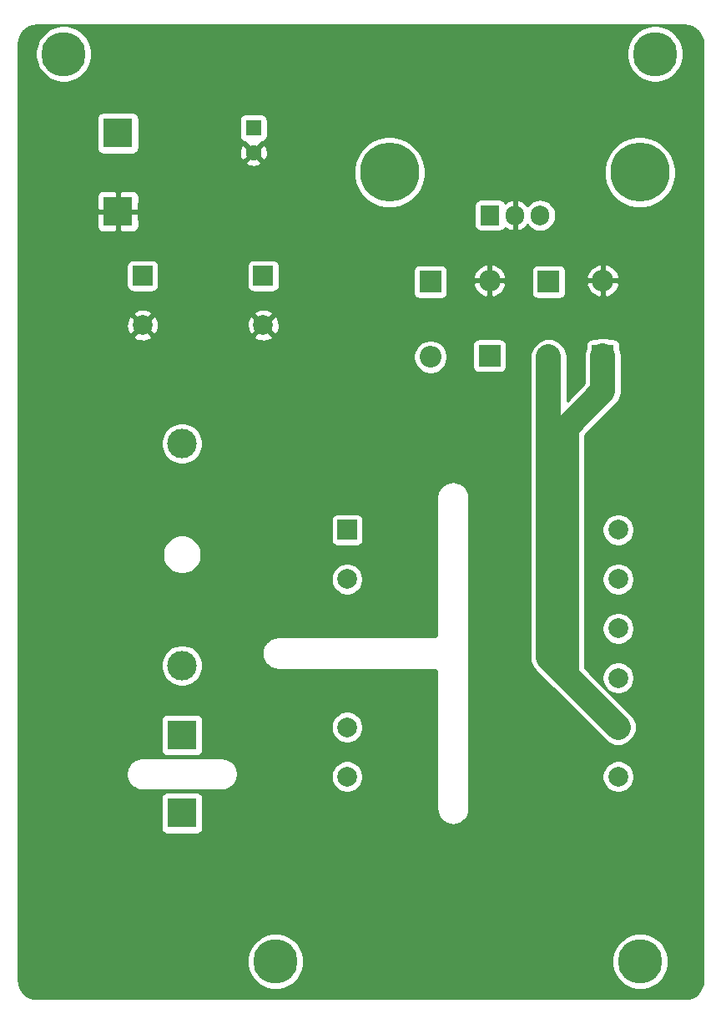
<source format=gbl>
G04 #@! TF.GenerationSoftware,KiCad,Pcbnew,(5.1.5)-3*
G04 #@! TF.CreationDate,2020-04-14T19:53:29+02:00*
G04 #@! TF.ProjectId,5vfrommains,35766672-6f6d-46d6-9169-6e732e6b6963,rev?*
G04 #@! TF.SameCoordinates,Original*
G04 #@! TF.FileFunction,Copper,L2,Bot*
G04 #@! TF.FilePolarity,Positive*
%FSLAX46Y46*%
G04 Gerber Fmt 4.6, Leading zero omitted, Abs format (unit mm)*
G04 Created by KiCad (PCBNEW (5.1.5)-3) date 2020-04-14 19:53:29*
%MOMM*%
%LPD*%
G04 APERTURE LIST*
%ADD10R,3.000000X3.000000*%
%ADD11C,1.600000*%
%ADD12R,1.600000X1.600000*%
%ADD13C,6.000000*%
%ADD14C,4.500000*%
%ADD15C,2.000000*%
%ADD16R,2.000000X2.000000*%
%ADD17O,1.905000X2.000000*%
%ADD18R,1.905000X2.000000*%
%ADD19C,3.000000*%
%ADD20O,2.200000X2.200000*%
%ADD21R,2.200000X2.200000*%
%ADD22C,0.800000*%
%ADD23C,2.500000*%
%ADD24C,0.254000*%
G04 APERTURE END LIST*
D10*
X184500000Y-63960000D03*
X184500000Y-56040000D03*
X191000000Y-124960000D03*
X191000000Y-117040000D03*
D11*
X198250000Y-58000000D03*
D12*
X198250000Y-55500000D03*
D13*
X212050000Y-60000000D03*
X237450000Y-60000000D03*
D14*
X179000000Y-48000000D03*
X239000000Y-48000000D03*
D15*
X235250000Y-96250000D03*
X235250000Y-101250000D03*
X235250000Y-106250000D03*
X235250000Y-111250000D03*
X235250000Y-116250000D03*
X235250000Y-121250000D03*
X207750000Y-121250000D03*
X207750000Y-116250000D03*
X207750000Y-101250000D03*
D16*
X207750000Y-96250000D03*
D17*
X227330000Y-64350000D03*
X224790000Y-64350000D03*
D18*
X222250000Y-64350000D03*
D14*
X237500000Y-140000000D03*
X200500000Y-140000000D03*
D19*
X191000000Y-110000000D03*
X191000000Y-87500000D03*
D20*
X228200000Y-78720000D03*
D21*
X228200000Y-71100000D03*
D20*
X216200000Y-78720000D03*
D21*
X216200000Y-71100000D03*
D20*
X233700000Y-70980000D03*
D21*
X233700000Y-78600000D03*
D20*
X222200000Y-70980000D03*
D21*
X222200000Y-78600000D03*
D15*
X187000000Y-75500000D03*
D16*
X187000000Y-70500000D03*
D15*
X199250000Y-75500000D03*
D16*
X199250000Y-70500000D03*
D22*
X242500000Y-47500000D03*
X235000000Y-47500000D03*
X227500000Y-47500000D03*
X220000000Y-47500000D03*
X212500000Y-47500000D03*
X205000000Y-47500000D03*
X195000000Y-46250000D03*
X205000000Y-67500000D03*
X195000000Y-82500000D03*
X195000000Y-90000000D03*
X195000000Y-97500000D03*
X195000000Y-105000000D03*
X195000000Y-112500000D03*
X195000000Y-140000000D03*
X205000000Y-142500000D03*
X212500000Y-142500000D03*
X220000000Y-142500000D03*
X227500000Y-142500000D03*
X235000000Y-142500000D03*
X242500000Y-142500000D03*
X242500000Y-135000000D03*
X242500000Y-127500000D03*
X242500000Y-120000000D03*
X242500000Y-112500000D03*
X242500000Y-105000000D03*
X242500000Y-97500000D03*
X242500000Y-90000000D03*
X242500000Y-82500000D03*
X242500000Y-75000000D03*
X240000000Y-67500000D03*
X232500000Y-67500000D03*
X205000000Y-77500000D03*
X205000000Y-80000000D03*
X202500000Y-85000000D03*
X225000000Y-52500000D03*
X232500000Y-52500000D03*
X240000000Y-52500000D03*
X175000000Y-85000000D03*
X175000000Y-75000000D03*
X175000000Y-65000000D03*
X175000000Y-57500000D03*
X175000000Y-50000000D03*
X175000000Y-92500000D03*
X175000000Y-100000000D03*
X175000000Y-110000000D03*
X175000000Y-117500000D03*
X175000000Y-127500000D03*
X175000000Y-137500000D03*
X180000000Y-142500000D03*
X187500000Y-142500000D03*
X185000000Y-135000000D03*
X182500000Y-125000000D03*
X182500000Y-115000000D03*
X182500000Y-105000000D03*
X182500000Y-95000000D03*
X182500000Y-87500000D03*
X218000000Y-48000000D03*
X181000000Y-80000000D03*
X189500000Y-79500000D03*
X202500000Y-62500000D03*
X197500000Y-62500000D03*
X192500000Y-62500000D03*
X192500000Y-58500000D03*
X195000000Y-77500000D03*
X192500000Y-67500000D03*
X207500000Y-72500000D03*
X212500000Y-77500000D03*
X210000000Y-75000000D03*
X188500000Y-46500000D03*
X184500000Y-46500000D03*
X184000000Y-51500000D03*
X191000000Y-51500000D03*
X197500000Y-49000000D03*
D23*
X228200000Y-78720000D02*
X228200000Y-109200000D01*
X228200000Y-109200000D02*
X231250000Y-112250000D01*
X231250000Y-112250000D02*
X235250000Y-116250000D01*
X230000000Y-111000000D02*
X231250000Y-112250000D01*
X230000000Y-85900000D02*
X230000000Y-111000000D01*
X233700000Y-78600000D02*
X233700000Y-82200000D01*
X233700000Y-82200000D02*
X230000000Y-85900000D01*
D24*
G36*
X242356775Y-45148147D02*
G01*
X242699967Y-45251763D01*
X243016489Y-45420062D01*
X243294299Y-45646637D01*
X243522806Y-45922856D01*
X243693310Y-46238197D01*
X243799319Y-46580656D01*
X243840000Y-46967712D01*
X243840001Y-141867711D01*
X243801853Y-142256776D01*
X243698238Y-142599964D01*
X243529939Y-142916489D01*
X243303365Y-143194296D01*
X243027146Y-143422805D01*
X242711803Y-143593310D01*
X242369344Y-143699319D01*
X241982288Y-143740000D01*
X176282279Y-143740000D01*
X175893224Y-143701853D01*
X175550036Y-143598238D01*
X175233511Y-143429939D01*
X174955704Y-143203365D01*
X174727195Y-142927146D01*
X174556690Y-142611803D01*
X174450681Y-142269344D01*
X174410000Y-141882288D01*
X174410000Y-139715852D01*
X197615000Y-139715852D01*
X197615000Y-140284148D01*
X197725869Y-140841523D01*
X197943346Y-141366560D01*
X198259074Y-141839080D01*
X198660920Y-142240926D01*
X199133440Y-142556654D01*
X199658477Y-142774131D01*
X200215852Y-142885000D01*
X200784148Y-142885000D01*
X201341523Y-142774131D01*
X201866560Y-142556654D01*
X202339080Y-142240926D01*
X202740926Y-141839080D01*
X203056654Y-141366560D01*
X203274131Y-140841523D01*
X203385000Y-140284148D01*
X203385000Y-139715852D01*
X234615000Y-139715852D01*
X234615000Y-140284148D01*
X234725869Y-140841523D01*
X234943346Y-141366560D01*
X235259074Y-141839080D01*
X235660920Y-142240926D01*
X236133440Y-142556654D01*
X236658477Y-142774131D01*
X237215852Y-142885000D01*
X237784148Y-142885000D01*
X238341523Y-142774131D01*
X238866560Y-142556654D01*
X239339080Y-142240926D01*
X239740926Y-141839080D01*
X240056654Y-141366560D01*
X240274131Y-140841523D01*
X240385000Y-140284148D01*
X240385000Y-139715852D01*
X240274131Y-139158477D01*
X240056654Y-138633440D01*
X239740926Y-138160920D01*
X239339080Y-137759074D01*
X238866560Y-137443346D01*
X238341523Y-137225869D01*
X237784148Y-137115000D01*
X237215852Y-137115000D01*
X236658477Y-137225869D01*
X236133440Y-137443346D01*
X235660920Y-137759074D01*
X235259074Y-138160920D01*
X234943346Y-138633440D01*
X234725869Y-139158477D01*
X234615000Y-139715852D01*
X203385000Y-139715852D01*
X203274131Y-139158477D01*
X203056654Y-138633440D01*
X202740926Y-138160920D01*
X202339080Y-137759074D01*
X201866560Y-137443346D01*
X201341523Y-137225869D01*
X200784148Y-137115000D01*
X200215852Y-137115000D01*
X199658477Y-137225869D01*
X199133440Y-137443346D01*
X198660920Y-137759074D01*
X198259074Y-138160920D01*
X197943346Y-138633440D01*
X197725869Y-139158477D01*
X197615000Y-139715852D01*
X174410000Y-139715852D01*
X174410000Y-123460000D01*
X188861928Y-123460000D01*
X188861928Y-126460000D01*
X188874188Y-126584482D01*
X188910498Y-126704180D01*
X188969463Y-126814494D01*
X189048815Y-126911185D01*
X189145506Y-126990537D01*
X189255820Y-127049502D01*
X189375518Y-127085812D01*
X189500000Y-127098072D01*
X192500000Y-127098072D01*
X192624482Y-127085812D01*
X192744180Y-127049502D01*
X192854494Y-126990537D01*
X192951185Y-126911185D01*
X193030537Y-126814494D01*
X193089502Y-126704180D01*
X193125812Y-126584482D01*
X193138072Y-126460000D01*
X193138072Y-123460000D01*
X193125812Y-123335518D01*
X193089502Y-123215820D01*
X193030537Y-123105506D01*
X192951185Y-123008815D01*
X192854494Y-122929463D01*
X192744180Y-122870498D01*
X192624482Y-122834188D01*
X192500000Y-122821928D01*
X189500000Y-122821928D01*
X189375518Y-122834188D01*
X189255820Y-122870498D01*
X189145506Y-122929463D01*
X189048815Y-123008815D01*
X188969463Y-123105506D01*
X188910498Y-123215820D01*
X188874188Y-123335518D01*
X188861928Y-123460000D01*
X174410000Y-123460000D01*
X174410000Y-121066801D01*
X185342740Y-121066801D01*
X185343640Y-121075972D01*
X185364041Y-121270069D01*
X185376068Y-121328658D01*
X185387277Y-121387423D01*
X185389941Y-121396245D01*
X185447653Y-121582683D01*
X185470838Y-121637838D01*
X185493242Y-121693291D01*
X185497568Y-121701427D01*
X185590393Y-121873104D01*
X185623846Y-121922699D01*
X185656600Y-121972753D01*
X185662424Y-121979894D01*
X185786828Y-122130272D01*
X185829263Y-122172411D01*
X185871126Y-122215161D01*
X185878227Y-122221034D01*
X186029469Y-122344384D01*
X186079277Y-122377477D01*
X186128651Y-122411284D01*
X186136757Y-122415667D01*
X186309080Y-122507292D01*
X186364392Y-122530090D01*
X186419366Y-122553652D01*
X186428169Y-122556377D01*
X186615006Y-122612786D01*
X186673686Y-122624405D01*
X186732196Y-122636842D01*
X186741361Y-122637805D01*
X186935594Y-122656850D01*
X186935598Y-122656850D01*
X186967581Y-122660000D01*
X195032419Y-122660000D01*
X195065387Y-122656753D01*
X195078367Y-122656753D01*
X195087532Y-122655790D01*
X195281481Y-122634035D01*
X195339966Y-122621603D01*
X195398676Y-122609978D01*
X195407479Y-122607253D01*
X195593509Y-122548240D01*
X195648519Y-122524662D01*
X195703794Y-122501880D01*
X195711900Y-122497497D01*
X195882925Y-122403475D01*
X195932264Y-122369692D01*
X195982106Y-122336577D01*
X195989206Y-122330703D01*
X196138712Y-122205253D01*
X196180557Y-122162523D01*
X196223013Y-122120362D01*
X196228837Y-122113220D01*
X196351128Y-121961121D01*
X196383887Y-121911059D01*
X196417331Y-121861477D01*
X196421657Y-121853340D01*
X196512077Y-121680385D01*
X196534475Y-121624947D01*
X196557669Y-121569772D01*
X196560332Y-121560950D01*
X196615435Y-121373725D01*
X196626633Y-121315017D01*
X196638672Y-121256372D01*
X196639570Y-121247201D01*
X196653970Y-121088967D01*
X206115000Y-121088967D01*
X206115000Y-121411033D01*
X206177832Y-121726912D01*
X206301082Y-122024463D01*
X206480013Y-122292252D01*
X206707748Y-122519987D01*
X206975537Y-122698918D01*
X207273088Y-122822168D01*
X207588967Y-122885000D01*
X207911033Y-122885000D01*
X208226912Y-122822168D01*
X208524463Y-122698918D01*
X208792252Y-122519987D01*
X209019987Y-122292252D01*
X209198918Y-122024463D01*
X209322168Y-121726912D01*
X209385000Y-121411033D01*
X209385000Y-121088967D01*
X209322168Y-120773088D01*
X209198918Y-120475537D01*
X209019987Y-120207748D01*
X208792252Y-119980013D01*
X208524463Y-119801082D01*
X208226912Y-119677832D01*
X207911033Y-119615000D01*
X207588967Y-119615000D01*
X207273088Y-119677832D01*
X206975537Y-119801082D01*
X206707748Y-119980013D01*
X206480013Y-120207748D01*
X206301082Y-120475537D01*
X206177832Y-120773088D01*
X206115000Y-121088967D01*
X196653970Y-121088967D01*
X196657259Y-121052839D01*
X196656842Y-120993057D01*
X196657260Y-120933199D01*
X196656360Y-120924028D01*
X196635959Y-120729931D01*
X196623934Y-120671348D01*
X196612723Y-120612577D01*
X196610059Y-120603755D01*
X196552347Y-120417317D01*
X196529162Y-120362162D01*
X196506758Y-120306709D01*
X196502432Y-120298573D01*
X196409607Y-120126896D01*
X196376139Y-120077278D01*
X196343400Y-120027247D01*
X196337576Y-120020106D01*
X196213172Y-119869728D01*
X196170737Y-119827589D01*
X196128874Y-119784839D01*
X196121773Y-119778966D01*
X195970531Y-119655616D01*
X195920738Y-119622534D01*
X195871349Y-119588716D01*
X195863243Y-119584333D01*
X195690921Y-119492708D01*
X195635606Y-119469909D01*
X195580634Y-119446348D01*
X195571831Y-119443623D01*
X195384995Y-119387214D01*
X195326307Y-119375594D01*
X195267804Y-119363158D01*
X195258639Y-119362195D01*
X195064405Y-119343150D01*
X195064402Y-119343150D01*
X195032419Y-119340000D01*
X186967581Y-119340000D01*
X186934613Y-119343247D01*
X186921633Y-119343247D01*
X186912468Y-119344210D01*
X186718518Y-119365965D01*
X186660019Y-119378400D01*
X186601325Y-119390022D01*
X186592522Y-119392747D01*
X186406491Y-119451760D01*
X186351509Y-119475326D01*
X186296206Y-119498120D01*
X186288100Y-119502503D01*
X186117075Y-119596525D01*
X186067752Y-119630298D01*
X186017894Y-119663423D01*
X186010794Y-119669297D01*
X185861288Y-119794747D01*
X185819443Y-119837477D01*
X185776987Y-119879638D01*
X185771163Y-119886780D01*
X185648872Y-120038880D01*
X185616114Y-120088939D01*
X185582669Y-120138523D01*
X185578343Y-120146660D01*
X185487923Y-120319616D01*
X185465535Y-120375028D01*
X185442331Y-120430228D01*
X185439668Y-120439050D01*
X185384565Y-120626276D01*
X185373360Y-120685014D01*
X185361328Y-120743628D01*
X185360429Y-120752800D01*
X185342741Y-120947161D01*
X185343158Y-121006943D01*
X185342740Y-121066801D01*
X174410000Y-121066801D01*
X174410000Y-115540000D01*
X188861928Y-115540000D01*
X188861928Y-118540000D01*
X188874188Y-118664482D01*
X188910498Y-118784180D01*
X188969463Y-118894494D01*
X189048815Y-118991185D01*
X189145506Y-119070537D01*
X189255820Y-119129502D01*
X189375518Y-119165812D01*
X189500000Y-119178072D01*
X192500000Y-119178072D01*
X192624482Y-119165812D01*
X192744180Y-119129502D01*
X192854494Y-119070537D01*
X192951185Y-118991185D01*
X193030537Y-118894494D01*
X193089502Y-118784180D01*
X193125812Y-118664482D01*
X193138072Y-118540000D01*
X193138072Y-116088967D01*
X206115000Y-116088967D01*
X206115000Y-116411033D01*
X206177832Y-116726912D01*
X206301082Y-117024463D01*
X206480013Y-117292252D01*
X206707748Y-117519987D01*
X206975537Y-117698918D01*
X207273088Y-117822168D01*
X207588967Y-117885000D01*
X207911033Y-117885000D01*
X208226912Y-117822168D01*
X208524463Y-117698918D01*
X208792252Y-117519987D01*
X209019987Y-117292252D01*
X209198918Y-117024463D01*
X209322168Y-116726912D01*
X209385000Y-116411033D01*
X209385000Y-116088967D01*
X209322168Y-115773088D01*
X209198918Y-115475537D01*
X209019987Y-115207748D01*
X208792252Y-114980013D01*
X208524463Y-114801082D01*
X208226912Y-114677832D01*
X207911033Y-114615000D01*
X207588967Y-114615000D01*
X207273088Y-114677832D01*
X206975537Y-114801082D01*
X206707748Y-114980013D01*
X206480013Y-115207748D01*
X206301082Y-115475537D01*
X206177832Y-115773088D01*
X206115000Y-116088967D01*
X193138072Y-116088967D01*
X193138072Y-115540000D01*
X193125812Y-115415518D01*
X193089502Y-115295820D01*
X193030537Y-115185506D01*
X192951185Y-115088815D01*
X192854494Y-115009463D01*
X192744180Y-114950498D01*
X192624482Y-114914188D01*
X192500000Y-114901928D01*
X189500000Y-114901928D01*
X189375518Y-114914188D01*
X189255820Y-114950498D01*
X189145506Y-115009463D01*
X189048815Y-115088815D01*
X188969463Y-115185506D01*
X188910498Y-115295820D01*
X188874188Y-115415518D01*
X188861928Y-115540000D01*
X174410000Y-115540000D01*
X174410000Y-109789721D01*
X188865000Y-109789721D01*
X188865000Y-110210279D01*
X188947047Y-110622756D01*
X189107988Y-111011302D01*
X189341637Y-111360983D01*
X189639017Y-111658363D01*
X189988698Y-111892012D01*
X190377244Y-112052953D01*
X190789721Y-112135000D01*
X191210279Y-112135000D01*
X191622756Y-112052953D01*
X192011302Y-111892012D01*
X192360983Y-111658363D01*
X192658363Y-111360983D01*
X192892012Y-111011302D01*
X193052953Y-110622756D01*
X193135000Y-110210279D01*
X193135000Y-109789721D01*
X193052953Y-109377244D01*
X192892012Y-108988698D01*
X192777155Y-108816801D01*
X199092740Y-108816801D01*
X199093640Y-108825972D01*
X199114041Y-109020069D01*
X199126068Y-109078658D01*
X199137277Y-109137423D01*
X199139941Y-109146245D01*
X199197653Y-109332683D01*
X199220838Y-109387838D01*
X199243242Y-109443291D01*
X199247568Y-109451427D01*
X199340393Y-109623104D01*
X199373846Y-109672699D01*
X199406600Y-109722753D01*
X199412424Y-109729894D01*
X199536828Y-109880272D01*
X199579263Y-109922411D01*
X199621126Y-109965161D01*
X199628227Y-109971034D01*
X199779469Y-110094384D01*
X199829277Y-110127477D01*
X199878651Y-110161284D01*
X199886757Y-110165667D01*
X200059080Y-110257292D01*
X200114392Y-110280090D01*
X200169366Y-110303652D01*
X200178169Y-110306377D01*
X200365006Y-110362786D01*
X200423686Y-110374405D01*
X200482196Y-110386842D01*
X200491361Y-110387805D01*
X200685594Y-110406850D01*
X200685598Y-110406850D01*
X200717581Y-110410000D01*
X216467721Y-110410000D01*
X216565424Y-110419580D01*
X216628356Y-110438580D01*
X216686405Y-110469445D01*
X216737343Y-110510989D01*
X216779248Y-110561644D01*
X216810515Y-110619471D01*
X216829956Y-110682272D01*
X216840000Y-110777835D01*
X216840001Y-124532419D01*
X216843247Y-124565377D01*
X216843247Y-124578367D01*
X216844210Y-124587532D01*
X216865965Y-124781481D01*
X216878397Y-124839966D01*
X216890022Y-124898676D01*
X216892747Y-124907479D01*
X216951760Y-125093509D01*
X216975338Y-125148519D01*
X216998120Y-125203794D01*
X217002503Y-125211900D01*
X217096525Y-125382925D01*
X217130308Y-125432264D01*
X217163423Y-125482106D01*
X217169297Y-125489206D01*
X217294747Y-125638712D01*
X217337477Y-125680557D01*
X217379638Y-125723013D01*
X217386780Y-125728837D01*
X217538879Y-125851128D01*
X217588941Y-125883887D01*
X217638523Y-125917331D01*
X217646660Y-125921657D01*
X217646663Y-125921659D01*
X217646667Y-125921660D01*
X217819615Y-126012077D01*
X217875053Y-126034475D01*
X217930228Y-126057669D01*
X217939050Y-126060332D01*
X218126275Y-126115435D01*
X218184983Y-126126633D01*
X218243628Y-126138672D01*
X218252799Y-126139570D01*
X218447161Y-126157259D01*
X218506943Y-126156842D01*
X218566801Y-126157260D01*
X218575972Y-126156360D01*
X218770069Y-126135959D01*
X218828658Y-126123932D01*
X218887423Y-126112723D01*
X218896245Y-126110059D01*
X219082683Y-126052347D01*
X219137838Y-126029162D01*
X219193291Y-126006758D01*
X219201427Y-126002432D01*
X219373104Y-125909607D01*
X219422699Y-125876154D01*
X219472753Y-125843400D01*
X219479894Y-125837576D01*
X219630272Y-125713172D01*
X219672411Y-125670737D01*
X219715161Y-125628874D01*
X219721034Y-125621773D01*
X219844384Y-125470531D01*
X219877477Y-125420723D01*
X219911284Y-125371349D01*
X219915667Y-125363243D01*
X220007292Y-125190920D01*
X220030090Y-125135608D01*
X220053652Y-125080634D01*
X220056377Y-125071831D01*
X220112786Y-124884994D01*
X220124405Y-124826314D01*
X220136842Y-124767804D01*
X220137805Y-124758639D01*
X220156850Y-124564406D01*
X220156850Y-124564402D01*
X220160000Y-124532419D01*
X220160000Y-121088967D01*
X233615000Y-121088967D01*
X233615000Y-121411033D01*
X233677832Y-121726912D01*
X233801082Y-122024463D01*
X233980013Y-122292252D01*
X234207748Y-122519987D01*
X234475537Y-122698918D01*
X234773088Y-122822168D01*
X235088967Y-122885000D01*
X235411033Y-122885000D01*
X235726912Y-122822168D01*
X236024463Y-122698918D01*
X236292252Y-122519987D01*
X236519987Y-122292252D01*
X236698918Y-122024463D01*
X236822168Y-121726912D01*
X236885000Y-121411033D01*
X236885000Y-121088967D01*
X236822168Y-120773088D01*
X236698918Y-120475537D01*
X236519987Y-120207748D01*
X236292252Y-119980013D01*
X236024463Y-119801082D01*
X235726912Y-119677832D01*
X235411033Y-119615000D01*
X235088967Y-119615000D01*
X234773088Y-119677832D01*
X234475537Y-119801082D01*
X234207748Y-119980013D01*
X233980013Y-120207748D01*
X233801082Y-120475537D01*
X233677832Y-120773088D01*
X233615000Y-121088967D01*
X220160000Y-121088967D01*
X220160000Y-109200000D01*
X226305881Y-109200000D01*
X226342275Y-109569524D01*
X226450062Y-109924848D01*
X226625098Y-110252317D01*
X226801628Y-110467420D01*
X226801631Y-110467423D01*
X226860656Y-110539345D01*
X226932578Y-110598370D01*
X228601631Y-112267423D01*
X228660656Y-112339345D01*
X228732578Y-112398370D01*
X229851628Y-113517420D01*
X233982579Y-117648372D01*
X234197682Y-117824902D01*
X234525151Y-117999938D01*
X234880475Y-118107724D01*
X235249999Y-118144119D01*
X235619523Y-118107724D01*
X235974848Y-117999938D01*
X236302316Y-117824902D01*
X236589344Y-117589344D01*
X236824902Y-117302316D01*
X236999938Y-116974848D01*
X237107724Y-116619523D01*
X237144119Y-116249999D01*
X237107724Y-115880475D01*
X236999938Y-115525151D01*
X236824902Y-115197682D01*
X236648372Y-114982579D01*
X232754760Y-111088967D01*
X233615000Y-111088967D01*
X233615000Y-111411033D01*
X233677832Y-111726912D01*
X233801082Y-112024463D01*
X233980013Y-112292252D01*
X234207748Y-112519987D01*
X234475537Y-112698918D01*
X234773088Y-112822168D01*
X235088967Y-112885000D01*
X235411033Y-112885000D01*
X235726912Y-112822168D01*
X236024463Y-112698918D01*
X236292252Y-112519987D01*
X236519987Y-112292252D01*
X236698918Y-112024463D01*
X236822168Y-111726912D01*
X236885000Y-111411033D01*
X236885000Y-111088967D01*
X236822168Y-110773088D01*
X236698918Y-110475537D01*
X236519987Y-110207748D01*
X236292252Y-109980013D01*
X236024463Y-109801082D01*
X235726912Y-109677832D01*
X235411033Y-109615000D01*
X235088967Y-109615000D01*
X234773088Y-109677832D01*
X234475537Y-109801082D01*
X234207748Y-109980013D01*
X233980013Y-110207748D01*
X233801082Y-110475537D01*
X233677832Y-110773088D01*
X233615000Y-111088967D01*
X232754760Y-111088967D01*
X232517420Y-110851628D01*
X231885000Y-110219208D01*
X231885000Y-106088967D01*
X233615000Y-106088967D01*
X233615000Y-106411033D01*
X233677832Y-106726912D01*
X233801082Y-107024463D01*
X233980013Y-107292252D01*
X234207748Y-107519987D01*
X234475537Y-107698918D01*
X234773088Y-107822168D01*
X235088967Y-107885000D01*
X235411033Y-107885000D01*
X235726912Y-107822168D01*
X236024463Y-107698918D01*
X236292252Y-107519987D01*
X236519987Y-107292252D01*
X236698918Y-107024463D01*
X236822168Y-106726912D01*
X236885000Y-106411033D01*
X236885000Y-106088967D01*
X236822168Y-105773088D01*
X236698918Y-105475537D01*
X236519987Y-105207748D01*
X236292252Y-104980013D01*
X236024463Y-104801082D01*
X235726912Y-104677832D01*
X235411033Y-104615000D01*
X235088967Y-104615000D01*
X234773088Y-104677832D01*
X234475537Y-104801082D01*
X234207748Y-104980013D01*
X233980013Y-105207748D01*
X233801082Y-105475537D01*
X233677832Y-105773088D01*
X233615000Y-106088967D01*
X231885000Y-106088967D01*
X231885000Y-101088967D01*
X233615000Y-101088967D01*
X233615000Y-101411033D01*
X233677832Y-101726912D01*
X233801082Y-102024463D01*
X233980013Y-102292252D01*
X234207748Y-102519987D01*
X234475537Y-102698918D01*
X234773088Y-102822168D01*
X235088967Y-102885000D01*
X235411033Y-102885000D01*
X235726912Y-102822168D01*
X236024463Y-102698918D01*
X236292252Y-102519987D01*
X236519987Y-102292252D01*
X236698918Y-102024463D01*
X236822168Y-101726912D01*
X236885000Y-101411033D01*
X236885000Y-101088967D01*
X236822168Y-100773088D01*
X236698918Y-100475537D01*
X236519987Y-100207748D01*
X236292252Y-99980013D01*
X236024463Y-99801082D01*
X235726912Y-99677832D01*
X235411033Y-99615000D01*
X235088967Y-99615000D01*
X234773088Y-99677832D01*
X234475537Y-99801082D01*
X234207748Y-99980013D01*
X233980013Y-100207748D01*
X233801082Y-100475537D01*
X233677832Y-100773088D01*
X233615000Y-101088967D01*
X231885000Y-101088967D01*
X231885000Y-96088967D01*
X233615000Y-96088967D01*
X233615000Y-96411033D01*
X233677832Y-96726912D01*
X233801082Y-97024463D01*
X233980013Y-97292252D01*
X234207748Y-97519987D01*
X234475537Y-97698918D01*
X234773088Y-97822168D01*
X235088967Y-97885000D01*
X235411033Y-97885000D01*
X235726912Y-97822168D01*
X236024463Y-97698918D01*
X236292252Y-97519987D01*
X236519987Y-97292252D01*
X236698918Y-97024463D01*
X236822168Y-96726912D01*
X236885000Y-96411033D01*
X236885000Y-96088967D01*
X236822168Y-95773088D01*
X236698918Y-95475537D01*
X236519987Y-95207748D01*
X236292252Y-94980013D01*
X236024463Y-94801082D01*
X235726912Y-94677832D01*
X235411033Y-94615000D01*
X235088967Y-94615000D01*
X234773088Y-94677832D01*
X234475537Y-94801082D01*
X234207748Y-94980013D01*
X233980013Y-95207748D01*
X233801082Y-95475537D01*
X233677832Y-95773088D01*
X233615000Y-96088967D01*
X231885000Y-96088967D01*
X231885000Y-86680792D01*
X234967423Y-83598370D01*
X235039345Y-83539345D01*
X235274903Y-83252317D01*
X235449939Y-82924848D01*
X235557725Y-82569524D01*
X235585000Y-82292597D01*
X235585000Y-82292588D01*
X235594119Y-82200001D01*
X235585000Y-82107414D01*
X235585000Y-78507403D01*
X235557725Y-78230476D01*
X235449939Y-77875152D01*
X235438072Y-77852950D01*
X235438072Y-77500000D01*
X235425812Y-77375518D01*
X235389502Y-77255820D01*
X235330537Y-77145506D01*
X235251185Y-77048815D01*
X235154494Y-76969463D01*
X235044180Y-76910498D01*
X234924482Y-76874188D01*
X234800000Y-76861928D01*
X234447049Y-76861928D01*
X234424847Y-76850061D01*
X234069523Y-76742275D01*
X233700000Y-76705880D01*
X233330476Y-76742275D01*
X232975152Y-76850061D01*
X232952950Y-76861928D01*
X232600000Y-76861928D01*
X232475518Y-76874188D01*
X232355820Y-76910498D01*
X232245506Y-76969463D01*
X232148815Y-77048815D01*
X232069463Y-77145506D01*
X232010498Y-77255820D01*
X231974188Y-77375518D01*
X231961928Y-77500000D01*
X231961928Y-77852951D01*
X231950061Y-77875153D01*
X231842275Y-78230477D01*
X231815000Y-78507404D01*
X231815001Y-81419206D01*
X230085000Y-83149208D01*
X230085000Y-78627403D01*
X230057725Y-78350476D01*
X229949939Y-77995152D01*
X229774903Y-77667683D01*
X229539345Y-77380655D01*
X229252317Y-77145097D01*
X228924847Y-76970061D01*
X228569523Y-76862275D01*
X228200000Y-76825880D01*
X227830476Y-76862275D01*
X227475152Y-76970061D01*
X227147683Y-77145097D01*
X226860655Y-77380655D01*
X226625097Y-77667683D01*
X226450061Y-77995153D01*
X226342275Y-78350477D01*
X226315000Y-78627404D01*
X226315001Y-109107401D01*
X226305881Y-109200000D01*
X220160000Y-109200000D01*
X220160000Y-92967581D01*
X220156753Y-92934613D01*
X220156753Y-92921633D01*
X220155790Y-92912468D01*
X220134035Y-92718518D01*
X220121600Y-92660019D01*
X220109978Y-92601325D01*
X220107253Y-92592522D01*
X220048240Y-92406491D01*
X220024674Y-92351509D01*
X220001880Y-92296206D01*
X219997497Y-92288100D01*
X219903475Y-92117075D01*
X219869702Y-92067752D01*
X219836577Y-92017894D01*
X219830703Y-92010794D01*
X219705253Y-91861288D01*
X219662523Y-91819443D01*
X219620362Y-91776987D01*
X219613220Y-91771163D01*
X219461120Y-91648872D01*
X219411061Y-91616114D01*
X219361477Y-91582669D01*
X219353340Y-91578343D01*
X219353337Y-91578341D01*
X219353333Y-91578340D01*
X219180384Y-91487923D01*
X219124972Y-91465535D01*
X219069772Y-91442331D01*
X219060950Y-91439668D01*
X218873724Y-91384565D01*
X218814986Y-91373360D01*
X218756372Y-91361328D01*
X218747200Y-91360429D01*
X218552839Y-91342741D01*
X218493057Y-91343158D01*
X218433199Y-91342740D01*
X218424028Y-91343640D01*
X218229931Y-91364041D01*
X218171348Y-91376066D01*
X218112577Y-91387277D01*
X218103755Y-91389941D01*
X217917317Y-91447653D01*
X217862162Y-91470838D01*
X217806709Y-91493242D01*
X217798573Y-91497568D01*
X217626896Y-91590393D01*
X217577278Y-91623861D01*
X217527247Y-91656600D01*
X217520106Y-91662424D01*
X217369728Y-91786828D01*
X217327589Y-91829263D01*
X217284839Y-91871126D01*
X217278966Y-91878227D01*
X217155616Y-92029469D01*
X217122534Y-92079262D01*
X217088716Y-92128651D01*
X217084333Y-92136757D01*
X216992708Y-92309079D01*
X216969909Y-92364394D01*
X216946348Y-92419366D01*
X216943623Y-92428169D01*
X216887214Y-92615005D01*
X216875594Y-92673693D01*
X216863158Y-92732196D01*
X216862195Y-92741361D01*
X216843150Y-92935595D01*
X216843150Y-92935608D01*
X216840001Y-92967581D01*
X216840000Y-106717721D01*
X216830420Y-106815424D01*
X216811420Y-106878357D01*
X216780554Y-106936406D01*
X216739011Y-106987343D01*
X216688356Y-107029248D01*
X216630529Y-107060515D01*
X216567728Y-107079956D01*
X216472165Y-107090000D01*
X200717581Y-107090000D01*
X200684613Y-107093247D01*
X200671633Y-107093247D01*
X200662468Y-107094210D01*
X200468518Y-107115965D01*
X200410019Y-107128400D01*
X200351325Y-107140022D01*
X200342522Y-107142747D01*
X200156491Y-107201760D01*
X200101509Y-107225326D01*
X200046206Y-107248120D01*
X200038100Y-107252503D01*
X199867075Y-107346525D01*
X199817752Y-107380298D01*
X199767894Y-107413423D01*
X199760794Y-107419297D01*
X199611288Y-107544747D01*
X199569443Y-107587477D01*
X199526987Y-107629638D01*
X199521163Y-107636780D01*
X199398872Y-107788880D01*
X199366114Y-107838939D01*
X199332669Y-107888523D01*
X199328343Y-107896660D01*
X199237923Y-108069616D01*
X199215535Y-108125028D01*
X199192331Y-108180228D01*
X199189668Y-108189050D01*
X199134565Y-108376276D01*
X199123360Y-108435014D01*
X199111328Y-108493628D01*
X199110429Y-108502800D01*
X199092741Y-108697161D01*
X199093158Y-108756943D01*
X199092740Y-108816801D01*
X192777155Y-108816801D01*
X192658363Y-108639017D01*
X192360983Y-108341637D01*
X192011302Y-108107988D01*
X191622756Y-107947047D01*
X191210279Y-107865000D01*
X190789721Y-107865000D01*
X190377244Y-107947047D01*
X189988698Y-108107988D01*
X189639017Y-108341637D01*
X189341637Y-108639017D01*
X189107988Y-108988698D01*
X188947047Y-109377244D01*
X188865000Y-109789721D01*
X174410000Y-109789721D01*
X174410000Y-101088967D01*
X206115000Y-101088967D01*
X206115000Y-101411033D01*
X206177832Y-101726912D01*
X206301082Y-102024463D01*
X206480013Y-102292252D01*
X206707748Y-102519987D01*
X206975537Y-102698918D01*
X207273088Y-102822168D01*
X207588967Y-102885000D01*
X207911033Y-102885000D01*
X208226912Y-102822168D01*
X208524463Y-102698918D01*
X208792252Y-102519987D01*
X209019987Y-102292252D01*
X209198918Y-102024463D01*
X209322168Y-101726912D01*
X209385000Y-101411033D01*
X209385000Y-101088967D01*
X209322168Y-100773088D01*
X209198918Y-100475537D01*
X209019987Y-100207748D01*
X208792252Y-99980013D01*
X208524463Y-99801082D01*
X208226912Y-99677832D01*
X207911033Y-99615000D01*
X207588967Y-99615000D01*
X207273088Y-99677832D01*
X206975537Y-99801082D01*
X206707748Y-99980013D01*
X206480013Y-100207748D01*
X206301082Y-100475537D01*
X206177832Y-100773088D01*
X206115000Y-101088967D01*
X174410000Y-101088967D01*
X174410000Y-98554495D01*
X189015000Y-98554495D01*
X189015000Y-98945505D01*
X189091282Y-99329003D01*
X189240915Y-99690250D01*
X189458149Y-100015364D01*
X189734636Y-100291851D01*
X190059750Y-100509085D01*
X190420997Y-100658718D01*
X190804495Y-100735000D01*
X191195505Y-100735000D01*
X191579003Y-100658718D01*
X191940250Y-100509085D01*
X192265364Y-100291851D01*
X192541851Y-100015364D01*
X192759085Y-99690250D01*
X192908718Y-99329003D01*
X192985000Y-98945505D01*
X192985000Y-98554495D01*
X192908718Y-98170997D01*
X192759085Y-97809750D01*
X192541851Y-97484636D01*
X192265364Y-97208149D01*
X191940250Y-96990915D01*
X191579003Y-96841282D01*
X191195505Y-96765000D01*
X190804495Y-96765000D01*
X190420997Y-96841282D01*
X190059750Y-96990915D01*
X189734636Y-97208149D01*
X189458149Y-97484636D01*
X189240915Y-97809750D01*
X189091282Y-98170997D01*
X189015000Y-98554495D01*
X174410000Y-98554495D01*
X174410000Y-95250000D01*
X206111928Y-95250000D01*
X206111928Y-97250000D01*
X206124188Y-97374482D01*
X206160498Y-97494180D01*
X206219463Y-97604494D01*
X206298815Y-97701185D01*
X206395506Y-97780537D01*
X206505820Y-97839502D01*
X206625518Y-97875812D01*
X206750000Y-97888072D01*
X208750000Y-97888072D01*
X208874482Y-97875812D01*
X208994180Y-97839502D01*
X209104494Y-97780537D01*
X209201185Y-97701185D01*
X209280537Y-97604494D01*
X209339502Y-97494180D01*
X209375812Y-97374482D01*
X209388072Y-97250000D01*
X209388072Y-95250000D01*
X209375812Y-95125518D01*
X209339502Y-95005820D01*
X209280537Y-94895506D01*
X209201185Y-94798815D01*
X209104494Y-94719463D01*
X208994180Y-94660498D01*
X208874482Y-94624188D01*
X208750000Y-94611928D01*
X206750000Y-94611928D01*
X206625518Y-94624188D01*
X206505820Y-94660498D01*
X206395506Y-94719463D01*
X206298815Y-94798815D01*
X206219463Y-94895506D01*
X206160498Y-95005820D01*
X206124188Y-95125518D01*
X206111928Y-95250000D01*
X174410000Y-95250000D01*
X174410000Y-87289721D01*
X188865000Y-87289721D01*
X188865000Y-87710279D01*
X188947047Y-88122756D01*
X189107988Y-88511302D01*
X189341637Y-88860983D01*
X189639017Y-89158363D01*
X189988698Y-89392012D01*
X190377244Y-89552953D01*
X190789721Y-89635000D01*
X191210279Y-89635000D01*
X191622756Y-89552953D01*
X192011302Y-89392012D01*
X192360983Y-89158363D01*
X192658363Y-88860983D01*
X192892012Y-88511302D01*
X193052953Y-88122756D01*
X193135000Y-87710279D01*
X193135000Y-87289721D01*
X193052953Y-86877244D01*
X192892012Y-86488698D01*
X192658363Y-86139017D01*
X192360983Y-85841637D01*
X192011302Y-85607988D01*
X191622756Y-85447047D01*
X191210279Y-85365000D01*
X190789721Y-85365000D01*
X190377244Y-85447047D01*
X189988698Y-85607988D01*
X189639017Y-85841637D01*
X189341637Y-86139017D01*
X189107988Y-86488698D01*
X188947047Y-86877244D01*
X188865000Y-87289721D01*
X174410000Y-87289721D01*
X174410000Y-78549117D01*
X214465000Y-78549117D01*
X214465000Y-78890883D01*
X214531675Y-79226081D01*
X214662463Y-79541831D01*
X214852337Y-79825998D01*
X215094002Y-80067663D01*
X215378169Y-80257537D01*
X215693919Y-80388325D01*
X216029117Y-80455000D01*
X216370883Y-80455000D01*
X216706081Y-80388325D01*
X217021831Y-80257537D01*
X217305998Y-80067663D01*
X217547663Y-79825998D01*
X217737537Y-79541831D01*
X217868325Y-79226081D01*
X217935000Y-78890883D01*
X217935000Y-78549117D01*
X217868325Y-78213919D01*
X217737537Y-77898169D01*
X217547663Y-77614002D01*
X217433661Y-77500000D01*
X220461928Y-77500000D01*
X220461928Y-79700000D01*
X220474188Y-79824482D01*
X220510498Y-79944180D01*
X220569463Y-80054494D01*
X220648815Y-80151185D01*
X220745506Y-80230537D01*
X220855820Y-80289502D01*
X220975518Y-80325812D01*
X221100000Y-80338072D01*
X223300000Y-80338072D01*
X223424482Y-80325812D01*
X223544180Y-80289502D01*
X223654494Y-80230537D01*
X223751185Y-80151185D01*
X223830537Y-80054494D01*
X223889502Y-79944180D01*
X223925812Y-79824482D01*
X223938072Y-79700000D01*
X223938072Y-77500000D01*
X223925812Y-77375518D01*
X223889502Y-77255820D01*
X223830537Y-77145506D01*
X223751185Y-77048815D01*
X223654494Y-76969463D01*
X223544180Y-76910498D01*
X223424482Y-76874188D01*
X223300000Y-76861928D01*
X221100000Y-76861928D01*
X220975518Y-76874188D01*
X220855820Y-76910498D01*
X220745506Y-76969463D01*
X220648815Y-77048815D01*
X220569463Y-77145506D01*
X220510498Y-77255820D01*
X220474188Y-77375518D01*
X220461928Y-77500000D01*
X217433661Y-77500000D01*
X217305998Y-77372337D01*
X217021831Y-77182463D01*
X216706081Y-77051675D01*
X216370883Y-76985000D01*
X216029117Y-76985000D01*
X215693919Y-77051675D01*
X215378169Y-77182463D01*
X215094002Y-77372337D01*
X214852337Y-77614002D01*
X214662463Y-77898169D01*
X214531675Y-78213919D01*
X214465000Y-78549117D01*
X174410000Y-78549117D01*
X174410000Y-76635413D01*
X186044192Y-76635413D01*
X186139956Y-76899814D01*
X186429571Y-77040704D01*
X186741108Y-77122384D01*
X187062595Y-77141718D01*
X187381675Y-77097961D01*
X187686088Y-76992795D01*
X187860044Y-76899814D01*
X187955808Y-76635413D01*
X198294192Y-76635413D01*
X198389956Y-76899814D01*
X198679571Y-77040704D01*
X198991108Y-77122384D01*
X199312595Y-77141718D01*
X199631675Y-77097961D01*
X199936088Y-76992795D01*
X200110044Y-76899814D01*
X200205808Y-76635413D01*
X199250000Y-75679605D01*
X198294192Y-76635413D01*
X187955808Y-76635413D01*
X187000000Y-75679605D01*
X186044192Y-76635413D01*
X174410000Y-76635413D01*
X174410000Y-75562595D01*
X185358282Y-75562595D01*
X185402039Y-75881675D01*
X185507205Y-76186088D01*
X185600186Y-76360044D01*
X185864587Y-76455808D01*
X186820395Y-75500000D01*
X187179605Y-75500000D01*
X188135413Y-76455808D01*
X188399814Y-76360044D01*
X188540704Y-76070429D01*
X188622384Y-75758892D01*
X188634189Y-75562595D01*
X197608282Y-75562595D01*
X197652039Y-75881675D01*
X197757205Y-76186088D01*
X197850186Y-76360044D01*
X198114587Y-76455808D01*
X199070395Y-75500000D01*
X199429605Y-75500000D01*
X200385413Y-76455808D01*
X200649814Y-76360044D01*
X200790704Y-76070429D01*
X200872384Y-75758892D01*
X200891718Y-75437405D01*
X200847961Y-75118325D01*
X200742795Y-74813912D01*
X200649814Y-74639956D01*
X200385413Y-74544192D01*
X199429605Y-75500000D01*
X199070395Y-75500000D01*
X198114587Y-74544192D01*
X197850186Y-74639956D01*
X197709296Y-74929571D01*
X197627616Y-75241108D01*
X197608282Y-75562595D01*
X188634189Y-75562595D01*
X188641718Y-75437405D01*
X188597961Y-75118325D01*
X188492795Y-74813912D01*
X188399814Y-74639956D01*
X188135413Y-74544192D01*
X187179605Y-75500000D01*
X186820395Y-75500000D01*
X185864587Y-74544192D01*
X185600186Y-74639956D01*
X185459296Y-74929571D01*
X185377616Y-75241108D01*
X185358282Y-75562595D01*
X174410000Y-75562595D01*
X174410000Y-74364587D01*
X186044192Y-74364587D01*
X187000000Y-75320395D01*
X187955808Y-74364587D01*
X198294192Y-74364587D01*
X199250000Y-75320395D01*
X200205808Y-74364587D01*
X200110044Y-74100186D01*
X199820429Y-73959296D01*
X199508892Y-73877616D01*
X199187405Y-73858282D01*
X198868325Y-73902039D01*
X198563912Y-74007205D01*
X198389956Y-74100186D01*
X198294192Y-74364587D01*
X187955808Y-74364587D01*
X187860044Y-74100186D01*
X187570429Y-73959296D01*
X187258892Y-73877616D01*
X186937405Y-73858282D01*
X186618325Y-73902039D01*
X186313912Y-74007205D01*
X186139956Y-74100186D01*
X186044192Y-74364587D01*
X174410000Y-74364587D01*
X174410000Y-69500000D01*
X185361928Y-69500000D01*
X185361928Y-71500000D01*
X185374188Y-71624482D01*
X185410498Y-71744180D01*
X185469463Y-71854494D01*
X185548815Y-71951185D01*
X185645506Y-72030537D01*
X185755820Y-72089502D01*
X185875518Y-72125812D01*
X186000000Y-72138072D01*
X188000000Y-72138072D01*
X188124482Y-72125812D01*
X188244180Y-72089502D01*
X188354494Y-72030537D01*
X188451185Y-71951185D01*
X188530537Y-71854494D01*
X188589502Y-71744180D01*
X188625812Y-71624482D01*
X188638072Y-71500000D01*
X188638072Y-69500000D01*
X197611928Y-69500000D01*
X197611928Y-71500000D01*
X197624188Y-71624482D01*
X197660498Y-71744180D01*
X197719463Y-71854494D01*
X197798815Y-71951185D01*
X197895506Y-72030537D01*
X198005820Y-72089502D01*
X198125518Y-72125812D01*
X198250000Y-72138072D01*
X200250000Y-72138072D01*
X200374482Y-72125812D01*
X200494180Y-72089502D01*
X200604494Y-72030537D01*
X200701185Y-71951185D01*
X200780537Y-71854494D01*
X200839502Y-71744180D01*
X200875812Y-71624482D01*
X200888072Y-71500000D01*
X200888072Y-70000000D01*
X214461928Y-70000000D01*
X214461928Y-72200000D01*
X214474188Y-72324482D01*
X214510498Y-72444180D01*
X214569463Y-72554494D01*
X214648815Y-72651185D01*
X214745506Y-72730537D01*
X214855820Y-72789502D01*
X214975518Y-72825812D01*
X215100000Y-72838072D01*
X217300000Y-72838072D01*
X217424482Y-72825812D01*
X217544180Y-72789502D01*
X217654494Y-72730537D01*
X217751185Y-72651185D01*
X217830537Y-72554494D01*
X217889502Y-72444180D01*
X217925812Y-72324482D01*
X217938072Y-72200000D01*
X217938072Y-71376123D01*
X220510821Y-71376123D01*
X220620558Y-71698054D01*
X220790992Y-71992391D01*
X221015573Y-72247822D01*
X221285671Y-72454531D01*
X221590906Y-72604575D01*
X221803878Y-72669175D01*
X222073000Y-72551125D01*
X222073000Y-71107000D01*
X222327000Y-71107000D01*
X222327000Y-72551125D01*
X222596122Y-72669175D01*
X222809094Y-72604575D01*
X223114329Y-72454531D01*
X223384427Y-72247822D01*
X223609008Y-71992391D01*
X223779442Y-71698054D01*
X223889179Y-71376123D01*
X223771600Y-71107000D01*
X222327000Y-71107000D01*
X222073000Y-71107000D01*
X220628400Y-71107000D01*
X220510821Y-71376123D01*
X217938072Y-71376123D01*
X217938072Y-70583877D01*
X220510821Y-70583877D01*
X220628400Y-70853000D01*
X222073000Y-70853000D01*
X222073000Y-69408875D01*
X222327000Y-69408875D01*
X222327000Y-70853000D01*
X223771600Y-70853000D01*
X223889179Y-70583877D01*
X223779442Y-70261946D01*
X223627764Y-70000000D01*
X226461928Y-70000000D01*
X226461928Y-72200000D01*
X226474188Y-72324482D01*
X226510498Y-72444180D01*
X226569463Y-72554494D01*
X226648815Y-72651185D01*
X226745506Y-72730537D01*
X226855820Y-72789502D01*
X226975518Y-72825812D01*
X227100000Y-72838072D01*
X229300000Y-72838072D01*
X229424482Y-72825812D01*
X229544180Y-72789502D01*
X229654494Y-72730537D01*
X229751185Y-72651185D01*
X229830537Y-72554494D01*
X229889502Y-72444180D01*
X229925812Y-72324482D01*
X229938072Y-72200000D01*
X229938072Y-71376123D01*
X232010821Y-71376123D01*
X232120558Y-71698054D01*
X232290992Y-71992391D01*
X232515573Y-72247822D01*
X232785671Y-72454531D01*
X233090906Y-72604575D01*
X233303878Y-72669175D01*
X233573000Y-72551125D01*
X233573000Y-71107000D01*
X233827000Y-71107000D01*
X233827000Y-72551125D01*
X234096122Y-72669175D01*
X234309094Y-72604575D01*
X234614329Y-72454531D01*
X234884427Y-72247822D01*
X235109008Y-71992391D01*
X235279442Y-71698054D01*
X235389179Y-71376123D01*
X235271600Y-71107000D01*
X233827000Y-71107000D01*
X233573000Y-71107000D01*
X232128400Y-71107000D01*
X232010821Y-71376123D01*
X229938072Y-71376123D01*
X229938072Y-70583877D01*
X232010821Y-70583877D01*
X232128400Y-70853000D01*
X233573000Y-70853000D01*
X233573000Y-69408875D01*
X233827000Y-69408875D01*
X233827000Y-70853000D01*
X235271600Y-70853000D01*
X235389179Y-70583877D01*
X235279442Y-70261946D01*
X235109008Y-69967609D01*
X234884427Y-69712178D01*
X234614329Y-69505469D01*
X234309094Y-69355425D01*
X234096122Y-69290825D01*
X233827000Y-69408875D01*
X233573000Y-69408875D01*
X233303878Y-69290825D01*
X233090906Y-69355425D01*
X232785671Y-69505469D01*
X232515573Y-69712178D01*
X232290992Y-69967609D01*
X232120558Y-70261946D01*
X232010821Y-70583877D01*
X229938072Y-70583877D01*
X229938072Y-70000000D01*
X229925812Y-69875518D01*
X229889502Y-69755820D01*
X229830537Y-69645506D01*
X229751185Y-69548815D01*
X229654494Y-69469463D01*
X229544180Y-69410498D01*
X229424482Y-69374188D01*
X229300000Y-69361928D01*
X227100000Y-69361928D01*
X226975518Y-69374188D01*
X226855820Y-69410498D01*
X226745506Y-69469463D01*
X226648815Y-69548815D01*
X226569463Y-69645506D01*
X226510498Y-69755820D01*
X226474188Y-69875518D01*
X226461928Y-70000000D01*
X223627764Y-70000000D01*
X223609008Y-69967609D01*
X223384427Y-69712178D01*
X223114329Y-69505469D01*
X222809094Y-69355425D01*
X222596122Y-69290825D01*
X222327000Y-69408875D01*
X222073000Y-69408875D01*
X221803878Y-69290825D01*
X221590906Y-69355425D01*
X221285671Y-69505469D01*
X221015573Y-69712178D01*
X220790992Y-69967609D01*
X220620558Y-70261946D01*
X220510821Y-70583877D01*
X217938072Y-70583877D01*
X217938072Y-70000000D01*
X217925812Y-69875518D01*
X217889502Y-69755820D01*
X217830537Y-69645506D01*
X217751185Y-69548815D01*
X217654494Y-69469463D01*
X217544180Y-69410498D01*
X217424482Y-69374188D01*
X217300000Y-69361928D01*
X215100000Y-69361928D01*
X214975518Y-69374188D01*
X214855820Y-69410498D01*
X214745506Y-69469463D01*
X214648815Y-69548815D01*
X214569463Y-69645506D01*
X214510498Y-69755820D01*
X214474188Y-69875518D01*
X214461928Y-70000000D01*
X200888072Y-70000000D01*
X200888072Y-69500000D01*
X200875812Y-69375518D01*
X200839502Y-69255820D01*
X200780537Y-69145506D01*
X200701185Y-69048815D01*
X200604494Y-68969463D01*
X200494180Y-68910498D01*
X200374482Y-68874188D01*
X200250000Y-68861928D01*
X198250000Y-68861928D01*
X198125518Y-68874188D01*
X198005820Y-68910498D01*
X197895506Y-68969463D01*
X197798815Y-69048815D01*
X197719463Y-69145506D01*
X197660498Y-69255820D01*
X197624188Y-69375518D01*
X197611928Y-69500000D01*
X188638072Y-69500000D01*
X188625812Y-69375518D01*
X188589502Y-69255820D01*
X188530537Y-69145506D01*
X188451185Y-69048815D01*
X188354494Y-68969463D01*
X188244180Y-68910498D01*
X188124482Y-68874188D01*
X188000000Y-68861928D01*
X186000000Y-68861928D01*
X185875518Y-68874188D01*
X185755820Y-68910498D01*
X185645506Y-68969463D01*
X185548815Y-69048815D01*
X185469463Y-69145506D01*
X185410498Y-69255820D01*
X185374188Y-69375518D01*
X185361928Y-69500000D01*
X174410000Y-69500000D01*
X174410000Y-65460000D01*
X182361928Y-65460000D01*
X182374188Y-65584482D01*
X182410498Y-65704180D01*
X182469463Y-65814494D01*
X182548815Y-65911185D01*
X182645506Y-65990537D01*
X182755820Y-66049502D01*
X182875518Y-66085812D01*
X183000000Y-66098072D01*
X184214250Y-66095000D01*
X184373000Y-65936250D01*
X184373000Y-64087000D01*
X184627000Y-64087000D01*
X184627000Y-65936250D01*
X184785750Y-66095000D01*
X186000000Y-66098072D01*
X186124482Y-66085812D01*
X186244180Y-66049502D01*
X186354494Y-65990537D01*
X186451185Y-65911185D01*
X186530537Y-65814494D01*
X186589502Y-65704180D01*
X186625812Y-65584482D01*
X186638072Y-65460000D01*
X186635000Y-64245750D01*
X186476250Y-64087000D01*
X184627000Y-64087000D01*
X184373000Y-64087000D01*
X182523750Y-64087000D01*
X182365000Y-64245750D01*
X182361928Y-65460000D01*
X174410000Y-65460000D01*
X174410000Y-62460000D01*
X182361928Y-62460000D01*
X182365000Y-63674250D01*
X182523750Y-63833000D01*
X184373000Y-63833000D01*
X184373000Y-61983750D01*
X184627000Y-61983750D01*
X184627000Y-63833000D01*
X186476250Y-63833000D01*
X186635000Y-63674250D01*
X186638072Y-62460000D01*
X186625812Y-62335518D01*
X186589502Y-62215820D01*
X186530537Y-62105506D01*
X186451185Y-62008815D01*
X186354494Y-61929463D01*
X186244180Y-61870498D01*
X186124482Y-61834188D01*
X186000000Y-61821928D01*
X184785750Y-61825000D01*
X184627000Y-61983750D01*
X184373000Y-61983750D01*
X184214250Y-61825000D01*
X183000000Y-61821928D01*
X182875518Y-61834188D01*
X182755820Y-61870498D01*
X182645506Y-61929463D01*
X182548815Y-62008815D01*
X182469463Y-62105506D01*
X182410498Y-62215820D01*
X182374188Y-62335518D01*
X182361928Y-62460000D01*
X174410000Y-62460000D01*
X174410000Y-59641984D01*
X208415000Y-59641984D01*
X208415000Y-60358016D01*
X208554691Y-61060290D01*
X208828705Y-61721818D01*
X209226511Y-62317177D01*
X209732823Y-62823489D01*
X210328182Y-63221295D01*
X210989710Y-63495309D01*
X211691984Y-63635000D01*
X212408016Y-63635000D01*
X213110290Y-63495309D01*
X213461096Y-63350000D01*
X220659428Y-63350000D01*
X220659428Y-65350000D01*
X220671688Y-65474482D01*
X220707998Y-65594180D01*
X220766963Y-65704494D01*
X220846315Y-65801185D01*
X220943006Y-65880537D01*
X221053320Y-65939502D01*
X221173018Y-65975812D01*
X221297500Y-65988072D01*
X223202500Y-65988072D01*
X223326982Y-65975812D01*
X223446680Y-65939502D01*
X223556994Y-65880537D01*
X223653685Y-65801185D01*
X223733037Y-65704494D01*
X223782059Y-65612781D01*
X223923077Y-65725969D01*
X224198906Y-65869571D01*
X224417020Y-65940563D01*
X224663000Y-65820594D01*
X224663000Y-64477000D01*
X224643000Y-64477000D01*
X224643000Y-64223000D01*
X224663000Y-64223000D01*
X224663000Y-62879406D01*
X224917000Y-62879406D01*
X224917000Y-64223000D01*
X224937000Y-64223000D01*
X224937000Y-64477000D01*
X224917000Y-64477000D01*
X224917000Y-65820594D01*
X225162980Y-65940563D01*
X225381094Y-65869571D01*
X225656923Y-65725969D01*
X225899437Y-65531315D01*
X226054837Y-65346101D01*
X226202037Y-65525463D01*
X226443766Y-65723845D01*
X226719552Y-65871255D01*
X227018797Y-65962030D01*
X227330000Y-65992681D01*
X227641204Y-65962030D01*
X227940449Y-65871255D01*
X228216235Y-65723845D01*
X228457963Y-65525463D01*
X228656345Y-65283734D01*
X228803755Y-65007948D01*
X228894530Y-64708703D01*
X228917500Y-64475485D01*
X228917500Y-64224514D01*
X228894530Y-63991296D01*
X228803755Y-63692051D01*
X228656345Y-63416265D01*
X228457963Y-63174537D01*
X228216234Y-62976155D01*
X227940448Y-62828745D01*
X227641203Y-62737970D01*
X227330000Y-62707319D01*
X227018796Y-62737970D01*
X226719551Y-62828745D01*
X226443765Y-62976155D01*
X226202037Y-63174537D01*
X226054838Y-63353900D01*
X225899437Y-63168685D01*
X225656923Y-62974031D01*
X225381094Y-62830429D01*
X225162980Y-62759437D01*
X224917000Y-62879406D01*
X224663000Y-62879406D01*
X224417020Y-62759437D01*
X224198906Y-62830429D01*
X223923077Y-62974031D01*
X223782059Y-63087219D01*
X223733037Y-62995506D01*
X223653685Y-62898815D01*
X223556994Y-62819463D01*
X223446680Y-62760498D01*
X223326982Y-62724188D01*
X223202500Y-62711928D01*
X221297500Y-62711928D01*
X221173018Y-62724188D01*
X221053320Y-62760498D01*
X220943006Y-62819463D01*
X220846315Y-62898815D01*
X220766963Y-62995506D01*
X220707998Y-63105820D01*
X220671688Y-63225518D01*
X220659428Y-63350000D01*
X213461096Y-63350000D01*
X213771818Y-63221295D01*
X214367177Y-62823489D01*
X214873489Y-62317177D01*
X215271295Y-61721818D01*
X215545309Y-61060290D01*
X215685000Y-60358016D01*
X215685000Y-59641984D01*
X233815000Y-59641984D01*
X233815000Y-60358016D01*
X233954691Y-61060290D01*
X234228705Y-61721818D01*
X234626511Y-62317177D01*
X235132823Y-62823489D01*
X235728182Y-63221295D01*
X236389710Y-63495309D01*
X237091984Y-63635000D01*
X237808016Y-63635000D01*
X238510290Y-63495309D01*
X239171818Y-63221295D01*
X239767177Y-62823489D01*
X240273489Y-62317177D01*
X240671295Y-61721818D01*
X240945309Y-61060290D01*
X241085000Y-60358016D01*
X241085000Y-59641984D01*
X240945309Y-58939710D01*
X240671295Y-58278182D01*
X240273489Y-57682823D01*
X239767177Y-57176511D01*
X239171818Y-56778705D01*
X238510290Y-56504691D01*
X237808016Y-56365000D01*
X237091984Y-56365000D01*
X236389710Y-56504691D01*
X235728182Y-56778705D01*
X235132823Y-57176511D01*
X234626511Y-57682823D01*
X234228705Y-58278182D01*
X233954691Y-58939710D01*
X233815000Y-59641984D01*
X215685000Y-59641984D01*
X215545309Y-58939710D01*
X215271295Y-58278182D01*
X214873489Y-57682823D01*
X214367177Y-57176511D01*
X213771818Y-56778705D01*
X213110290Y-56504691D01*
X212408016Y-56365000D01*
X211691984Y-56365000D01*
X210989710Y-56504691D01*
X210328182Y-56778705D01*
X209732823Y-57176511D01*
X209226511Y-57682823D01*
X208828705Y-58278182D01*
X208554691Y-58939710D01*
X208415000Y-59641984D01*
X174410000Y-59641984D01*
X174410000Y-58992702D01*
X197436903Y-58992702D01*
X197508486Y-59236671D01*
X197763996Y-59357571D01*
X198038184Y-59426300D01*
X198320512Y-59440217D01*
X198600130Y-59398787D01*
X198866292Y-59303603D01*
X198991514Y-59236671D01*
X199063097Y-58992702D01*
X198250000Y-58179605D01*
X197436903Y-58992702D01*
X174410000Y-58992702D01*
X174410000Y-54540000D01*
X182361928Y-54540000D01*
X182361928Y-57540000D01*
X182374188Y-57664482D01*
X182410498Y-57784180D01*
X182469463Y-57894494D01*
X182548815Y-57991185D01*
X182645506Y-58070537D01*
X182755820Y-58129502D01*
X182875518Y-58165812D01*
X183000000Y-58178072D01*
X186000000Y-58178072D01*
X186124482Y-58165812D01*
X186244180Y-58129502D01*
X186354494Y-58070537D01*
X186354524Y-58070512D01*
X196809783Y-58070512D01*
X196851213Y-58350130D01*
X196946397Y-58616292D01*
X197013329Y-58741514D01*
X197257298Y-58813097D01*
X198070395Y-58000000D01*
X198429605Y-58000000D01*
X199242702Y-58813097D01*
X199486671Y-58741514D01*
X199607571Y-58486004D01*
X199676300Y-58211816D01*
X199690217Y-57929488D01*
X199648787Y-57649870D01*
X199553603Y-57383708D01*
X199486671Y-57258486D01*
X199242702Y-57186903D01*
X198429605Y-58000000D01*
X198070395Y-58000000D01*
X197257298Y-57186903D01*
X197013329Y-57258486D01*
X196892429Y-57513996D01*
X196823700Y-57788184D01*
X196809783Y-58070512D01*
X186354524Y-58070512D01*
X186451185Y-57991185D01*
X186530537Y-57894494D01*
X186589502Y-57784180D01*
X186625812Y-57664482D01*
X186638072Y-57540000D01*
X186638072Y-54700000D01*
X196811928Y-54700000D01*
X196811928Y-56300000D01*
X196824188Y-56424482D01*
X196860498Y-56544180D01*
X196919463Y-56654494D01*
X196998815Y-56751185D01*
X197095506Y-56830537D01*
X197205820Y-56889502D01*
X197325518Y-56925812D01*
X197450000Y-56938072D01*
X197457215Y-56938072D01*
X197436903Y-57007298D01*
X198250000Y-57820395D01*
X199063097Y-57007298D01*
X199042785Y-56938072D01*
X199050000Y-56938072D01*
X199174482Y-56925812D01*
X199294180Y-56889502D01*
X199404494Y-56830537D01*
X199501185Y-56751185D01*
X199580537Y-56654494D01*
X199639502Y-56544180D01*
X199675812Y-56424482D01*
X199688072Y-56300000D01*
X199688072Y-54700000D01*
X199675812Y-54575518D01*
X199639502Y-54455820D01*
X199580537Y-54345506D01*
X199501185Y-54248815D01*
X199404494Y-54169463D01*
X199294180Y-54110498D01*
X199174482Y-54074188D01*
X199050000Y-54061928D01*
X197450000Y-54061928D01*
X197325518Y-54074188D01*
X197205820Y-54110498D01*
X197095506Y-54169463D01*
X196998815Y-54248815D01*
X196919463Y-54345506D01*
X196860498Y-54455820D01*
X196824188Y-54575518D01*
X196811928Y-54700000D01*
X186638072Y-54700000D01*
X186638072Y-54540000D01*
X186625812Y-54415518D01*
X186589502Y-54295820D01*
X186530537Y-54185506D01*
X186451185Y-54088815D01*
X186354494Y-54009463D01*
X186244180Y-53950498D01*
X186124482Y-53914188D01*
X186000000Y-53901928D01*
X183000000Y-53901928D01*
X182875518Y-53914188D01*
X182755820Y-53950498D01*
X182645506Y-54009463D01*
X182548815Y-54088815D01*
X182469463Y-54185506D01*
X182410498Y-54295820D01*
X182374188Y-54415518D01*
X182361928Y-54540000D01*
X174410000Y-54540000D01*
X174410000Y-47715852D01*
X176115000Y-47715852D01*
X176115000Y-48284148D01*
X176225869Y-48841523D01*
X176443346Y-49366560D01*
X176759074Y-49839080D01*
X177160920Y-50240926D01*
X177633440Y-50556654D01*
X178158477Y-50774131D01*
X178715852Y-50885000D01*
X179284148Y-50885000D01*
X179841523Y-50774131D01*
X180366560Y-50556654D01*
X180839080Y-50240926D01*
X181240926Y-49839080D01*
X181556654Y-49366560D01*
X181774131Y-48841523D01*
X181885000Y-48284148D01*
X181885000Y-47715852D01*
X236115000Y-47715852D01*
X236115000Y-48284148D01*
X236225869Y-48841523D01*
X236443346Y-49366560D01*
X236759074Y-49839080D01*
X237160920Y-50240926D01*
X237633440Y-50556654D01*
X238158477Y-50774131D01*
X238715852Y-50885000D01*
X239284148Y-50885000D01*
X239841523Y-50774131D01*
X240366560Y-50556654D01*
X240839080Y-50240926D01*
X241240926Y-49839080D01*
X241556654Y-49366560D01*
X241774131Y-48841523D01*
X241885000Y-48284148D01*
X241885000Y-47715852D01*
X241774131Y-47158477D01*
X241556654Y-46633440D01*
X241240926Y-46160920D01*
X240839080Y-45759074D01*
X240366560Y-45443346D01*
X239841523Y-45225869D01*
X239284148Y-45115000D01*
X238715852Y-45115000D01*
X238158477Y-45225869D01*
X237633440Y-45443346D01*
X237160920Y-45759074D01*
X236759074Y-46160920D01*
X236443346Y-46633440D01*
X236225869Y-47158477D01*
X236115000Y-47715852D01*
X181885000Y-47715852D01*
X181774131Y-47158477D01*
X181556654Y-46633440D01*
X181240926Y-46160920D01*
X180839080Y-45759074D01*
X180366560Y-45443346D01*
X179841523Y-45225869D01*
X179284148Y-45115000D01*
X178715852Y-45115000D01*
X178158477Y-45225869D01*
X177633440Y-45443346D01*
X177160920Y-45759074D01*
X176759074Y-46160920D01*
X176443346Y-46633440D01*
X176225869Y-47158477D01*
X176115000Y-47715852D01*
X174410000Y-47715852D01*
X174410000Y-46982279D01*
X174448147Y-46593225D01*
X174551763Y-46250033D01*
X174720062Y-45933511D01*
X174946637Y-45655701D01*
X175222856Y-45427194D01*
X175538197Y-45256690D01*
X175880656Y-45150681D01*
X176267712Y-45110000D01*
X241967721Y-45110000D01*
X242356775Y-45148147D01*
G37*
X242356775Y-45148147D02*
X242699967Y-45251763D01*
X243016489Y-45420062D01*
X243294299Y-45646637D01*
X243522806Y-45922856D01*
X243693310Y-46238197D01*
X243799319Y-46580656D01*
X243840000Y-46967712D01*
X243840001Y-141867711D01*
X243801853Y-142256776D01*
X243698238Y-142599964D01*
X243529939Y-142916489D01*
X243303365Y-143194296D01*
X243027146Y-143422805D01*
X242711803Y-143593310D01*
X242369344Y-143699319D01*
X241982288Y-143740000D01*
X176282279Y-143740000D01*
X175893224Y-143701853D01*
X175550036Y-143598238D01*
X175233511Y-143429939D01*
X174955704Y-143203365D01*
X174727195Y-142927146D01*
X174556690Y-142611803D01*
X174450681Y-142269344D01*
X174410000Y-141882288D01*
X174410000Y-139715852D01*
X197615000Y-139715852D01*
X197615000Y-140284148D01*
X197725869Y-140841523D01*
X197943346Y-141366560D01*
X198259074Y-141839080D01*
X198660920Y-142240926D01*
X199133440Y-142556654D01*
X199658477Y-142774131D01*
X200215852Y-142885000D01*
X200784148Y-142885000D01*
X201341523Y-142774131D01*
X201866560Y-142556654D01*
X202339080Y-142240926D01*
X202740926Y-141839080D01*
X203056654Y-141366560D01*
X203274131Y-140841523D01*
X203385000Y-140284148D01*
X203385000Y-139715852D01*
X234615000Y-139715852D01*
X234615000Y-140284148D01*
X234725869Y-140841523D01*
X234943346Y-141366560D01*
X235259074Y-141839080D01*
X235660920Y-142240926D01*
X236133440Y-142556654D01*
X236658477Y-142774131D01*
X237215852Y-142885000D01*
X237784148Y-142885000D01*
X238341523Y-142774131D01*
X238866560Y-142556654D01*
X239339080Y-142240926D01*
X239740926Y-141839080D01*
X240056654Y-141366560D01*
X240274131Y-140841523D01*
X240385000Y-140284148D01*
X240385000Y-139715852D01*
X240274131Y-139158477D01*
X240056654Y-138633440D01*
X239740926Y-138160920D01*
X239339080Y-137759074D01*
X238866560Y-137443346D01*
X238341523Y-137225869D01*
X237784148Y-137115000D01*
X237215852Y-137115000D01*
X236658477Y-137225869D01*
X236133440Y-137443346D01*
X235660920Y-137759074D01*
X235259074Y-138160920D01*
X234943346Y-138633440D01*
X234725869Y-139158477D01*
X234615000Y-139715852D01*
X203385000Y-139715852D01*
X203274131Y-139158477D01*
X203056654Y-138633440D01*
X202740926Y-138160920D01*
X202339080Y-137759074D01*
X201866560Y-137443346D01*
X201341523Y-137225869D01*
X200784148Y-137115000D01*
X200215852Y-137115000D01*
X199658477Y-137225869D01*
X199133440Y-137443346D01*
X198660920Y-137759074D01*
X198259074Y-138160920D01*
X197943346Y-138633440D01*
X197725869Y-139158477D01*
X197615000Y-139715852D01*
X174410000Y-139715852D01*
X174410000Y-123460000D01*
X188861928Y-123460000D01*
X188861928Y-126460000D01*
X188874188Y-126584482D01*
X188910498Y-126704180D01*
X188969463Y-126814494D01*
X189048815Y-126911185D01*
X189145506Y-126990537D01*
X189255820Y-127049502D01*
X189375518Y-127085812D01*
X189500000Y-127098072D01*
X192500000Y-127098072D01*
X192624482Y-127085812D01*
X192744180Y-127049502D01*
X192854494Y-126990537D01*
X192951185Y-126911185D01*
X193030537Y-126814494D01*
X193089502Y-126704180D01*
X193125812Y-126584482D01*
X193138072Y-126460000D01*
X193138072Y-123460000D01*
X193125812Y-123335518D01*
X193089502Y-123215820D01*
X193030537Y-123105506D01*
X192951185Y-123008815D01*
X192854494Y-122929463D01*
X192744180Y-122870498D01*
X192624482Y-122834188D01*
X192500000Y-122821928D01*
X189500000Y-122821928D01*
X189375518Y-122834188D01*
X189255820Y-122870498D01*
X189145506Y-122929463D01*
X189048815Y-123008815D01*
X188969463Y-123105506D01*
X188910498Y-123215820D01*
X188874188Y-123335518D01*
X188861928Y-123460000D01*
X174410000Y-123460000D01*
X174410000Y-121066801D01*
X185342740Y-121066801D01*
X185343640Y-121075972D01*
X185364041Y-121270069D01*
X185376068Y-121328658D01*
X185387277Y-121387423D01*
X185389941Y-121396245D01*
X185447653Y-121582683D01*
X185470838Y-121637838D01*
X185493242Y-121693291D01*
X185497568Y-121701427D01*
X185590393Y-121873104D01*
X185623846Y-121922699D01*
X185656600Y-121972753D01*
X185662424Y-121979894D01*
X185786828Y-122130272D01*
X185829263Y-122172411D01*
X185871126Y-122215161D01*
X185878227Y-122221034D01*
X186029469Y-122344384D01*
X186079277Y-122377477D01*
X186128651Y-122411284D01*
X186136757Y-122415667D01*
X186309080Y-122507292D01*
X186364392Y-122530090D01*
X186419366Y-122553652D01*
X186428169Y-122556377D01*
X186615006Y-122612786D01*
X186673686Y-122624405D01*
X186732196Y-122636842D01*
X186741361Y-122637805D01*
X186935594Y-122656850D01*
X186935598Y-122656850D01*
X186967581Y-122660000D01*
X195032419Y-122660000D01*
X195065387Y-122656753D01*
X195078367Y-122656753D01*
X195087532Y-122655790D01*
X195281481Y-122634035D01*
X195339966Y-122621603D01*
X195398676Y-122609978D01*
X195407479Y-122607253D01*
X195593509Y-122548240D01*
X195648519Y-122524662D01*
X195703794Y-122501880D01*
X195711900Y-122497497D01*
X195882925Y-122403475D01*
X195932264Y-122369692D01*
X195982106Y-122336577D01*
X195989206Y-122330703D01*
X196138712Y-122205253D01*
X196180557Y-122162523D01*
X196223013Y-122120362D01*
X196228837Y-122113220D01*
X196351128Y-121961121D01*
X196383887Y-121911059D01*
X196417331Y-121861477D01*
X196421657Y-121853340D01*
X196512077Y-121680385D01*
X196534475Y-121624947D01*
X196557669Y-121569772D01*
X196560332Y-121560950D01*
X196615435Y-121373725D01*
X196626633Y-121315017D01*
X196638672Y-121256372D01*
X196639570Y-121247201D01*
X196653970Y-121088967D01*
X206115000Y-121088967D01*
X206115000Y-121411033D01*
X206177832Y-121726912D01*
X206301082Y-122024463D01*
X206480013Y-122292252D01*
X206707748Y-122519987D01*
X206975537Y-122698918D01*
X207273088Y-122822168D01*
X207588967Y-122885000D01*
X207911033Y-122885000D01*
X208226912Y-122822168D01*
X208524463Y-122698918D01*
X208792252Y-122519987D01*
X209019987Y-122292252D01*
X209198918Y-122024463D01*
X209322168Y-121726912D01*
X209385000Y-121411033D01*
X209385000Y-121088967D01*
X209322168Y-120773088D01*
X209198918Y-120475537D01*
X209019987Y-120207748D01*
X208792252Y-119980013D01*
X208524463Y-119801082D01*
X208226912Y-119677832D01*
X207911033Y-119615000D01*
X207588967Y-119615000D01*
X207273088Y-119677832D01*
X206975537Y-119801082D01*
X206707748Y-119980013D01*
X206480013Y-120207748D01*
X206301082Y-120475537D01*
X206177832Y-120773088D01*
X206115000Y-121088967D01*
X196653970Y-121088967D01*
X196657259Y-121052839D01*
X196656842Y-120993057D01*
X196657260Y-120933199D01*
X196656360Y-120924028D01*
X196635959Y-120729931D01*
X196623934Y-120671348D01*
X196612723Y-120612577D01*
X196610059Y-120603755D01*
X196552347Y-120417317D01*
X196529162Y-120362162D01*
X196506758Y-120306709D01*
X196502432Y-120298573D01*
X196409607Y-120126896D01*
X196376139Y-120077278D01*
X196343400Y-120027247D01*
X196337576Y-120020106D01*
X196213172Y-119869728D01*
X196170737Y-119827589D01*
X196128874Y-119784839D01*
X196121773Y-119778966D01*
X195970531Y-119655616D01*
X195920738Y-119622534D01*
X195871349Y-119588716D01*
X195863243Y-119584333D01*
X195690921Y-119492708D01*
X195635606Y-119469909D01*
X195580634Y-119446348D01*
X195571831Y-119443623D01*
X195384995Y-119387214D01*
X195326307Y-119375594D01*
X195267804Y-119363158D01*
X195258639Y-119362195D01*
X195064405Y-119343150D01*
X195064402Y-119343150D01*
X195032419Y-119340000D01*
X186967581Y-119340000D01*
X186934613Y-119343247D01*
X186921633Y-119343247D01*
X186912468Y-119344210D01*
X186718518Y-119365965D01*
X186660019Y-119378400D01*
X186601325Y-119390022D01*
X186592522Y-119392747D01*
X186406491Y-119451760D01*
X186351509Y-119475326D01*
X186296206Y-119498120D01*
X186288100Y-119502503D01*
X186117075Y-119596525D01*
X186067752Y-119630298D01*
X186017894Y-119663423D01*
X186010794Y-119669297D01*
X185861288Y-119794747D01*
X185819443Y-119837477D01*
X185776987Y-119879638D01*
X185771163Y-119886780D01*
X185648872Y-120038880D01*
X185616114Y-120088939D01*
X185582669Y-120138523D01*
X185578343Y-120146660D01*
X185487923Y-120319616D01*
X185465535Y-120375028D01*
X185442331Y-120430228D01*
X185439668Y-120439050D01*
X185384565Y-120626276D01*
X185373360Y-120685014D01*
X185361328Y-120743628D01*
X185360429Y-120752800D01*
X185342741Y-120947161D01*
X185343158Y-121006943D01*
X185342740Y-121066801D01*
X174410000Y-121066801D01*
X174410000Y-115540000D01*
X188861928Y-115540000D01*
X188861928Y-118540000D01*
X188874188Y-118664482D01*
X188910498Y-118784180D01*
X188969463Y-118894494D01*
X189048815Y-118991185D01*
X189145506Y-119070537D01*
X189255820Y-119129502D01*
X189375518Y-119165812D01*
X189500000Y-119178072D01*
X192500000Y-119178072D01*
X192624482Y-119165812D01*
X192744180Y-119129502D01*
X192854494Y-119070537D01*
X192951185Y-118991185D01*
X193030537Y-118894494D01*
X193089502Y-118784180D01*
X193125812Y-118664482D01*
X193138072Y-118540000D01*
X193138072Y-116088967D01*
X206115000Y-116088967D01*
X206115000Y-116411033D01*
X206177832Y-116726912D01*
X206301082Y-117024463D01*
X206480013Y-117292252D01*
X206707748Y-117519987D01*
X206975537Y-117698918D01*
X207273088Y-117822168D01*
X207588967Y-117885000D01*
X207911033Y-117885000D01*
X208226912Y-117822168D01*
X208524463Y-117698918D01*
X208792252Y-117519987D01*
X209019987Y-117292252D01*
X209198918Y-117024463D01*
X209322168Y-116726912D01*
X209385000Y-116411033D01*
X209385000Y-116088967D01*
X209322168Y-115773088D01*
X209198918Y-115475537D01*
X209019987Y-115207748D01*
X208792252Y-114980013D01*
X208524463Y-114801082D01*
X208226912Y-114677832D01*
X207911033Y-114615000D01*
X207588967Y-114615000D01*
X207273088Y-114677832D01*
X206975537Y-114801082D01*
X206707748Y-114980013D01*
X206480013Y-115207748D01*
X206301082Y-115475537D01*
X206177832Y-115773088D01*
X206115000Y-116088967D01*
X193138072Y-116088967D01*
X193138072Y-115540000D01*
X193125812Y-115415518D01*
X193089502Y-115295820D01*
X193030537Y-115185506D01*
X192951185Y-115088815D01*
X192854494Y-115009463D01*
X192744180Y-114950498D01*
X192624482Y-114914188D01*
X192500000Y-114901928D01*
X189500000Y-114901928D01*
X189375518Y-114914188D01*
X189255820Y-114950498D01*
X189145506Y-115009463D01*
X189048815Y-115088815D01*
X188969463Y-115185506D01*
X188910498Y-115295820D01*
X188874188Y-115415518D01*
X188861928Y-115540000D01*
X174410000Y-115540000D01*
X174410000Y-109789721D01*
X188865000Y-109789721D01*
X188865000Y-110210279D01*
X188947047Y-110622756D01*
X189107988Y-111011302D01*
X189341637Y-111360983D01*
X189639017Y-111658363D01*
X189988698Y-111892012D01*
X190377244Y-112052953D01*
X190789721Y-112135000D01*
X191210279Y-112135000D01*
X191622756Y-112052953D01*
X192011302Y-111892012D01*
X192360983Y-111658363D01*
X192658363Y-111360983D01*
X192892012Y-111011302D01*
X193052953Y-110622756D01*
X193135000Y-110210279D01*
X193135000Y-109789721D01*
X193052953Y-109377244D01*
X192892012Y-108988698D01*
X192777155Y-108816801D01*
X199092740Y-108816801D01*
X199093640Y-108825972D01*
X199114041Y-109020069D01*
X199126068Y-109078658D01*
X199137277Y-109137423D01*
X199139941Y-109146245D01*
X199197653Y-109332683D01*
X199220838Y-109387838D01*
X199243242Y-109443291D01*
X199247568Y-109451427D01*
X199340393Y-109623104D01*
X199373846Y-109672699D01*
X199406600Y-109722753D01*
X199412424Y-109729894D01*
X199536828Y-109880272D01*
X199579263Y-109922411D01*
X199621126Y-109965161D01*
X199628227Y-109971034D01*
X199779469Y-110094384D01*
X199829277Y-110127477D01*
X199878651Y-110161284D01*
X199886757Y-110165667D01*
X200059080Y-110257292D01*
X200114392Y-110280090D01*
X200169366Y-110303652D01*
X200178169Y-110306377D01*
X200365006Y-110362786D01*
X200423686Y-110374405D01*
X200482196Y-110386842D01*
X200491361Y-110387805D01*
X200685594Y-110406850D01*
X200685598Y-110406850D01*
X200717581Y-110410000D01*
X216467721Y-110410000D01*
X216565424Y-110419580D01*
X216628356Y-110438580D01*
X216686405Y-110469445D01*
X216737343Y-110510989D01*
X216779248Y-110561644D01*
X216810515Y-110619471D01*
X216829956Y-110682272D01*
X216840000Y-110777835D01*
X216840001Y-124532419D01*
X216843247Y-124565377D01*
X216843247Y-124578367D01*
X216844210Y-124587532D01*
X216865965Y-124781481D01*
X216878397Y-124839966D01*
X216890022Y-124898676D01*
X216892747Y-124907479D01*
X216951760Y-125093509D01*
X216975338Y-125148519D01*
X216998120Y-125203794D01*
X217002503Y-125211900D01*
X217096525Y-125382925D01*
X217130308Y-125432264D01*
X217163423Y-125482106D01*
X217169297Y-125489206D01*
X217294747Y-125638712D01*
X217337477Y-125680557D01*
X217379638Y-125723013D01*
X217386780Y-125728837D01*
X217538879Y-125851128D01*
X217588941Y-125883887D01*
X217638523Y-125917331D01*
X217646660Y-125921657D01*
X217646663Y-125921659D01*
X217646667Y-125921660D01*
X217819615Y-126012077D01*
X217875053Y-126034475D01*
X217930228Y-126057669D01*
X217939050Y-126060332D01*
X218126275Y-126115435D01*
X218184983Y-126126633D01*
X218243628Y-126138672D01*
X218252799Y-126139570D01*
X218447161Y-126157259D01*
X218506943Y-126156842D01*
X218566801Y-126157260D01*
X218575972Y-126156360D01*
X218770069Y-126135959D01*
X218828658Y-126123932D01*
X218887423Y-126112723D01*
X218896245Y-126110059D01*
X219082683Y-126052347D01*
X219137838Y-126029162D01*
X219193291Y-126006758D01*
X219201427Y-126002432D01*
X219373104Y-125909607D01*
X219422699Y-125876154D01*
X219472753Y-125843400D01*
X219479894Y-125837576D01*
X219630272Y-125713172D01*
X219672411Y-125670737D01*
X219715161Y-125628874D01*
X219721034Y-125621773D01*
X219844384Y-125470531D01*
X219877477Y-125420723D01*
X219911284Y-125371349D01*
X219915667Y-125363243D01*
X220007292Y-125190920D01*
X220030090Y-125135608D01*
X220053652Y-125080634D01*
X220056377Y-125071831D01*
X220112786Y-124884994D01*
X220124405Y-124826314D01*
X220136842Y-124767804D01*
X220137805Y-124758639D01*
X220156850Y-124564406D01*
X220156850Y-124564402D01*
X220160000Y-124532419D01*
X220160000Y-121088967D01*
X233615000Y-121088967D01*
X233615000Y-121411033D01*
X233677832Y-121726912D01*
X233801082Y-122024463D01*
X233980013Y-122292252D01*
X234207748Y-122519987D01*
X234475537Y-122698918D01*
X234773088Y-122822168D01*
X235088967Y-122885000D01*
X235411033Y-122885000D01*
X235726912Y-122822168D01*
X236024463Y-122698918D01*
X236292252Y-122519987D01*
X236519987Y-122292252D01*
X236698918Y-122024463D01*
X236822168Y-121726912D01*
X236885000Y-121411033D01*
X236885000Y-121088967D01*
X236822168Y-120773088D01*
X236698918Y-120475537D01*
X236519987Y-120207748D01*
X236292252Y-119980013D01*
X236024463Y-119801082D01*
X235726912Y-119677832D01*
X235411033Y-119615000D01*
X235088967Y-119615000D01*
X234773088Y-119677832D01*
X234475537Y-119801082D01*
X234207748Y-119980013D01*
X233980013Y-120207748D01*
X233801082Y-120475537D01*
X233677832Y-120773088D01*
X233615000Y-121088967D01*
X220160000Y-121088967D01*
X220160000Y-109200000D01*
X226305881Y-109200000D01*
X226342275Y-109569524D01*
X226450062Y-109924848D01*
X226625098Y-110252317D01*
X226801628Y-110467420D01*
X226801631Y-110467423D01*
X226860656Y-110539345D01*
X226932578Y-110598370D01*
X228601631Y-112267423D01*
X228660656Y-112339345D01*
X228732578Y-112398370D01*
X229851628Y-113517420D01*
X233982579Y-117648372D01*
X234197682Y-117824902D01*
X234525151Y-117999938D01*
X234880475Y-118107724D01*
X235249999Y-118144119D01*
X235619523Y-118107724D01*
X235974848Y-117999938D01*
X236302316Y-117824902D01*
X236589344Y-117589344D01*
X236824902Y-117302316D01*
X236999938Y-116974848D01*
X237107724Y-116619523D01*
X237144119Y-116249999D01*
X237107724Y-115880475D01*
X236999938Y-115525151D01*
X236824902Y-115197682D01*
X236648372Y-114982579D01*
X232754760Y-111088967D01*
X233615000Y-111088967D01*
X233615000Y-111411033D01*
X233677832Y-111726912D01*
X233801082Y-112024463D01*
X233980013Y-112292252D01*
X234207748Y-112519987D01*
X234475537Y-112698918D01*
X234773088Y-112822168D01*
X235088967Y-112885000D01*
X235411033Y-112885000D01*
X235726912Y-112822168D01*
X236024463Y-112698918D01*
X236292252Y-112519987D01*
X236519987Y-112292252D01*
X236698918Y-112024463D01*
X236822168Y-111726912D01*
X236885000Y-111411033D01*
X236885000Y-111088967D01*
X236822168Y-110773088D01*
X236698918Y-110475537D01*
X236519987Y-110207748D01*
X236292252Y-109980013D01*
X236024463Y-109801082D01*
X235726912Y-109677832D01*
X235411033Y-109615000D01*
X235088967Y-109615000D01*
X234773088Y-109677832D01*
X234475537Y-109801082D01*
X234207748Y-109980013D01*
X233980013Y-110207748D01*
X233801082Y-110475537D01*
X233677832Y-110773088D01*
X233615000Y-111088967D01*
X232754760Y-111088967D01*
X232517420Y-110851628D01*
X231885000Y-110219208D01*
X231885000Y-106088967D01*
X233615000Y-106088967D01*
X233615000Y-106411033D01*
X233677832Y-106726912D01*
X233801082Y-107024463D01*
X233980013Y-107292252D01*
X234207748Y-107519987D01*
X234475537Y-107698918D01*
X234773088Y-107822168D01*
X235088967Y-107885000D01*
X235411033Y-107885000D01*
X235726912Y-107822168D01*
X236024463Y-107698918D01*
X236292252Y-107519987D01*
X236519987Y-107292252D01*
X236698918Y-107024463D01*
X236822168Y-106726912D01*
X236885000Y-106411033D01*
X236885000Y-106088967D01*
X236822168Y-105773088D01*
X236698918Y-105475537D01*
X236519987Y-105207748D01*
X236292252Y-104980013D01*
X236024463Y-104801082D01*
X235726912Y-104677832D01*
X235411033Y-104615000D01*
X235088967Y-104615000D01*
X234773088Y-104677832D01*
X234475537Y-104801082D01*
X234207748Y-104980013D01*
X233980013Y-105207748D01*
X233801082Y-105475537D01*
X233677832Y-105773088D01*
X233615000Y-106088967D01*
X231885000Y-106088967D01*
X231885000Y-101088967D01*
X233615000Y-101088967D01*
X233615000Y-101411033D01*
X233677832Y-101726912D01*
X233801082Y-102024463D01*
X233980013Y-102292252D01*
X234207748Y-102519987D01*
X234475537Y-102698918D01*
X234773088Y-102822168D01*
X235088967Y-102885000D01*
X235411033Y-102885000D01*
X235726912Y-102822168D01*
X236024463Y-102698918D01*
X236292252Y-102519987D01*
X236519987Y-102292252D01*
X236698918Y-102024463D01*
X236822168Y-101726912D01*
X236885000Y-101411033D01*
X236885000Y-101088967D01*
X236822168Y-100773088D01*
X236698918Y-100475537D01*
X236519987Y-100207748D01*
X236292252Y-99980013D01*
X236024463Y-99801082D01*
X235726912Y-99677832D01*
X235411033Y-99615000D01*
X235088967Y-99615000D01*
X234773088Y-99677832D01*
X234475537Y-99801082D01*
X234207748Y-99980013D01*
X233980013Y-100207748D01*
X233801082Y-100475537D01*
X233677832Y-100773088D01*
X233615000Y-101088967D01*
X231885000Y-101088967D01*
X231885000Y-96088967D01*
X233615000Y-96088967D01*
X233615000Y-96411033D01*
X233677832Y-96726912D01*
X233801082Y-97024463D01*
X233980013Y-97292252D01*
X234207748Y-97519987D01*
X234475537Y-97698918D01*
X234773088Y-97822168D01*
X235088967Y-97885000D01*
X235411033Y-97885000D01*
X235726912Y-97822168D01*
X236024463Y-97698918D01*
X236292252Y-97519987D01*
X236519987Y-97292252D01*
X236698918Y-97024463D01*
X236822168Y-96726912D01*
X236885000Y-96411033D01*
X236885000Y-96088967D01*
X236822168Y-95773088D01*
X236698918Y-95475537D01*
X236519987Y-95207748D01*
X236292252Y-94980013D01*
X236024463Y-94801082D01*
X235726912Y-94677832D01*
X235411033Y-94615000D01*
X235088967Y-94615000D01*
X234773088Y-94677832D01*
X234475537Y-94801082D01*
X234207748Y-94980013D01*
X233980013Y-95207748D01*
X233801082Y-95475537D01*
X233677832Y-95773088D01*
X233615000Y-96088967D01*
X231885000Y-96088967D01*
X231885000Y-86680792D01*
X234967423Y-83598370D01*
X235039345Y-83539345D01*
X235274903Y-83252317D01*
X235449939Y-82924848D01*
X235557725Y-82569524D01*
X235585000Y-82292597D01*
X235585000Y-82292588D01*
X235594119Y-82200001D01*
X235585000Y-82107414D01*
X235585000Y-78507403D01*
X235557725Y-78230476D01*
X235449939Y-77875152D01*
X235438072Y-77852950D01*
X235438072Y-77500000D01*
X235425812Y-77375518D01*
X235389502Y-77255820D01*
X235330537Y-77145506D01*
X235251185Y-77048815D01*
X235154494Y-76969463D01*
X235044180Y-76910498D01*
X234924482Y-76874188D01*
X234800000Y-76861928D01*
X234447049Y-76861928D01*
X234424847Y-76850061D01*
X234069523Y-76742275D01*
X233700000Y-76705880D01*
X233330476Y-76742275D01*
X232975152Y-76850061D01*
X232952950Y-76861928D01*
X232600000Y-76861928D01*
X232475518Y-76874188D01*
X232355820Y-76910498D01*
X232245506Y-76969463D01*
X232148815Y-77048815D01*
X232069463Y-77145506D01*
X232010498Y-77255820D01*
X231974188Y-77375518D01*
X231961928Y-77500000D01*
X231961928Y-77852951D01*
X231950061Y-77875153D01*
X231842275Y-78230477D01*
X231815000Y-78507404D01*
X231815001Y-81419206D01*
X230085000Y-83149208D01*
X230085000Y-78627403D01*
X230057725Y-78350476D01*
X229949939Y-77995152D01*
X229774903Y-77667683D01*
X229539345Y-77380655D01*
X229252317Y-77145097D01*
X228924847Y-76970061D01*
X228569523Y-76862275D01*
X228200000Y-76825880D01*
X227830476Y-76862275D01*
X227475152Y-76970061D01*
X227147683Y-77145097D01*
X226860655Y-77380655D01*
X226625097Y-77667683D01*
X226450061Y-77995153D01*
X226342275Y-78350477D01*
X226315000Y-78627404D01*
X226315001Y-109107401D01*
X226305881Y-109200000D01*
X220160000Y-109200000D01*
X220160000Y-92967581D01*
X220156753Y-92934613D01*
X220156753Y-92921633D01*
X220155790Y-92912468D01*
X220134035Y-92718518D01*
X220121600Y-92660019D01*
X220109978Y-92601325D01*
X220107253Y-92592522D01*
X220048240Y-92406491D01*
X220024674Y-92351509D01*
X220001880Y-92296206D01*
X219997497Y-92288100D01*
X219903475Y-92117075D01*
X219869702Y-92067752D01*
X219836577Y-92017894D01*
X219830703Y-92010794D01*
X219705253Y-91861288D01*
X219662523Y-91819443D01*
X219620362Y-91776987D01*
X219613220Y-91771163D01*
X219461120Y-91648872D01*
X219411061Y-91616114D01*
X219361477Y-91582669D01*
X219353340Y-91578343D01*
X219353337Y-91578341D01*
X219353333Y-91578340D01*
X219180384Y-91487923D01*
X219124972Y-91465535D01*
X219069772Y-91442331D01*
X219060950Y-91439668D01*
X218873724Y-91384565D01*
X218814986Y-91373360D01*
X218756372Y-91361328D01*
X218747200Y-91360429D01*
X218552839Y-91342741D01*
X218493057Y-91343158D01*
X218433199Y-91342740D01*
X218424028Y-91343640D01*
X218229931Y-91364041D01*
X218171348Y-91376066D01*
X218112577Y-91387277D01*
X218103755Y-91389941D01*
X217917317Y-91447653D01*
X217862162Y-91470838D01*
X217806709Y-91493242D01*
X217798573Y-91497568D01*
X217626896Y-91590393D01*
X217577278Y-91623861D01*
X217527247Y-91656600D01*
X217520106Y-91662424D01*
X217369728Y-91786828D01*
X217327589Y-91829263D01*
X217284839Y-91871126D01*
X217278966Y-91878227D01*
X217155616Y-92029469D01*
X217122534Y-92079262D01*
X217088716Y-92128651D01*
X217084333Y-92136757D01*
X216992708Y-92309079D01*
X216969909Y-92364394D01*
X216946348Y-92419366D01*
X216943623Y-92428169D01*
X216887214Y-92615005D01*
X216875594Y-92673693D01*
X216863158Y-92732196D01*
X216862195Y-92741361D01*
X216843150Y-92935595D01*
X216843150Y-92935608D01*
X216840001Y-92967581D01*
X216840000Y-106717721D01*
X216830420Y-106815424D01*
X216811420Y-106878357D01*
X216780554Y-106936406D01*
X216739011Y-106987343D01*
X216688356Y-107029248D01*
X216630529Y-107060515D01*
X216567728Y-107079956D01*
X216472165Y-107090000D01*
X200717581Y-107090000D01*
X200684613Y-107093247D01*
X200671633Y-107093247D01*
X200662468Y-107094210D01*
X200468518Y-107115965D01*
X200410019Y-107128400D01*
X200351325Y-107140022D01*
X200342522Y-107142747D01*
X200156491Y-107201760D01*
X200101509Y-107225326D01*
X200046206Y-107248120D01*
X200038100Y-107252503D01*
X199867075Y-107346525D01*
X199817752Y-107380298D01*
X199767894Y-107413423D01*
X199760794Y-107419297D01*
X199611288Y-107544747D01*
X199569443Y-107587477D01*
X199526987Y-107629638D01*
X199521163Y-107636780D01*
X199398872Y-107788880D01*
X199366114Y-107838939D01*
X199332669Y-107888523D01*
X199328343Y-107896660D01*
X199237923Y-108069616D01*
X199215535Y-108125028D01*
X199192331Y-108180228D01*
X199189668Y-108189050D01*
X199134565Y-108376276D01*
X199123360Y-108435014D01*
X199111328Y-108493628D01*
X199110429Y-108502800D01*
X199092741Y-108697161D01*
X199093158Y-108756943D01*
X199092740Y-108816801D01*
X192777155Y-108816801D01*
X192658363Y-108639017D01*
X192360983Y-108341637D01*
X192011302Y-108107988D01*
X191622756Y-107947047D01*
X191210279Y-107865000D01*
X190789721Y-107865000D01*
X190377244Y-107947047D01*
X189988698Y-108107988D01*
X189639017Y-108341637D01*
X189341637Y-108639017D01*
X189107988Y-108988698D01*
X188947047Y-109377244D01*
X188865000Y-109789721D01*
X174410000Y-109789721D01*
X174410000Y-101088967D01*
X206115000Y-101088967D01*
X206115000Y-101411033D01*
X206177832Y-101726912D01*
X206301082Y-102024463D01*
X206480013Y-102292252D01*
X206707748Y-102519987D01*
X206975537Y-102698918D01*
X207273088Y-102822168D01*
X207588967Y-102885000D01*
X207911033Y-102885000D01*
X208226912Y-102822168D01*
X208524463Y-102698918D01*
X208792252Y-102519987D01*
X209019987Y-102292252D01*
X209198918Y-102024463D01*
X209322168Y-101726912D01*
X209385000Y-101411033D01*
X209385000Y-101088967D01*
X209322168Y-100773088D01*
X209198918Y-100475537D01*
X209019987Y-100207748D01*
X208792252Y-99980013D01*
X208524463Y-99801082D01*
X208226912Y-99677832D01*
X207911033Y-99615000D01*
X207588967Y-99615000D01*
X207273088Y-99677832D01*
X206975537Y-99801082D01*
X206707748Y-99980013D01*
X206480013Y-100207748D01*
X206301082Y-100475537D01*
X206177832Y-100773088D01*
X206115000Y-101088967D01*
X174410000Y-101088967D01*
X174410000Y-98554495D01*
X189015000Y-98554495D01*
X189015000Y-98945505D01*
X189091282Y-99329003D01*
X189240915Y-99690250D01*
X189458149Y-100015364D01*
X189734636Y-100291851D01*
X190059750Y-100509085D01*
X190420997Y-100658718D01*
X190804495Y-100735000D01*
X191195505Y-100735000D01*
X191579003Y-100658718D01*
X191940250Y-100509085D01*
X192265364Y-100291851D01*
X192541851Y-100015364D01*
X192759085Y-99690250D01*
X192908718Y-99329003D01*
X192985000Y-98945505D01*
X192985000Y-98554495D01*
X192908718Y-98170997D01*
X192759085Y-97809750D01*
X192541851Y-97484636D01*
X192265364Y-97208149D01*
X191940250Y-96990915D01*
X191579003Y-96841282D01*
X191195505Y-96765000D01*
X190804495Y-96765000D01*
X190420997Y-96841282D01*
X190059750Y-96990915D01*
X189734636Y-97208149D01*
X189458149Y-97484636D01*
X189240915Y-97809750D01*
X189091282Y-98170997D01*
X189015000Y-98554495D01*
X174410000Y-98554495D01*
X174410000Y-95250000D01*
X206111928Y-95250000D01*
X206111928Y-97250000D01*
X206124188Y-97374482D01*
X206160498Y-97494180D01*
X206219463Y-97604494D01*
X206298815Y-97701185D01*
X206395506Y-97780537D01*
X206505820Y-97839502D01*
X206625518Y-97875812D01*
X206750000Y-97888072D01*
X208750000Y-97888072D01*
X208874482Y-97875812D01*
X208994180Y-97839502D01*
X209104494Y-97780537D01*
X209201185Y-97701185D01*
X209280537Y-97604494D01*
X209339502Y-97494180D01*
X209375812Y-97374482D01*
X209388072Y-97250000D01*
X209388072Y-95250000D01*
X209375812Y-95125518D01*
X209339502Y-95005820D01*
X209280537Y-94895506D01*
X209201185Y-94798815D01*
X209104494Y-94719463D01*
X208994180Y-94660498D01*
X208874482Y-94624188D01*
X208750000Y-94611928D01*
X206750000Y-94611928D01*
X206625518Y-94624188D01*
X206505820Y-94660498D01*
X206395506Y-94719463D01*
X206298815Y-94798815D01*
X206219463Y-94895506D01*
X206160498Y-95005820D01*
X206124188Y-95125518D01*
X206111928Y-95250000D01*
X174410000Y-95250000D01*
X174410000Y-87289721D01*
X188865000Y-87289721D01*
X188865000Y-87710279D01*
X188947047Y-88122756D01*
X189107988Y-88511302D01*
X189341637Y-88860983D01*
X189639017Y-89158363D01*
X189988698Y-89392012D01*
X190377244Y-89552953D01*
X190789721Y-89635000D01*
X191210279Y-89635000D01*
X191622756Y-89552953D01*
X192011302Y-89392012D01*
X192360983Y-89158363D01*
X192658363Y-88860983D01*
X192892012Y-88511302D01*
X193052953Y-88122756D01*
X193135000Y-87710279D01*
X193135000Y-87289721D01*
X193052953Y-86877244D01*
X192892012Y-86488698D01*
X192658363Y-86139017D01*
X192360983Y-85841637D01*
X192011302Y-85607988D01*
X191622756Y-85447047D01*
X191210279Y-85365000D01*
X190789721Y-85365000D01*
X190377244Y-85447047D01*
X189988698Y-85607988D01*
X189639017Y-85841637D01*
X189341637Y-86139017D01*
X189107988Y-86488698D01*
X188947047Y-86877244D01*
X188865000Y-87289721D01*
X174410000Y-87289721D01*
X174410000Y-78549117D01*
X214465000Y-78549117D01*
X214465000Y-78890883D01*
X214531675Y-79226081D01*
X214662463Y-79541831D01*
X214852337Y-79825998D01*
X215094002Y-80067663D01*
X215378169Y-80257537D01*
X215693919Y-80388325D01*
X216029117Y-80455000D01*
X216370883Y-80455000D01*
X216706081Y-80388325D01*
X217021831Y-80257537D01*
X217305998Y-80067663D01*
X217547663Y-79825998D01*
X217737537Y-79541831D01*
X217868325Y-79226081D01*
X217935000Y-78890883D01*
X217935000Y-78549117D01*
X217868325Y-78213919D01*
X217737537Y-77898169D01*
X217547663Y-77614002D01*
X217433661Y-77500000D01*
X220461928Y-77500000D01*
X220461928Y-79700000D01*
X220474188Y-79824482D01*
X220510498Y-79944180D01*
X220569463Y-80054494D01*
X220648815Y-80151185D01*
X220745506Y-80230537D01*
X220855820Y-80289502D01*
X220975518Y-80325812D01*
X221100000Y-80338072D01*
X223300000Y-80338072D01*
X223424482Y-80325812D01*
X223544180Y-80289502D01*
X223654494Y-80230537D01*
X223751185Y-80151185D01*
X223830537Y-80054494D01*
X223889502Y-79944180D01*
X223925812Y-79824482D01*
X223938072Y-79700000D01*
X223938072Y-77500000D01*
X223925812Y-77375518D01*
X223889502Y-77255820D01*
X223830537Y-77145506D01*
X223751185Y-77048815D01*
X223654494Y-76969463D01*
X223544180Y-76910498D01*
X223424482Y-76874188D01*
X223300000Y-76861928D01*
X221100000Y-76861928D01*
X220975518Y-76874188D01*
X220855820Y-76910498D01*
X220745506Y-76969463D01*
X220648815Y-77048815D01*
X220569463Y-77145506D01*
X220510498Y-77255820D01*
X220474188Y-77375518D01*
X220461928Y-77500000D01*
X217433661Y-77500000D01*
X217305998Y-77372337D01*
X217021831Y-77182463D01*
X216706081Y-77051675D01*
X216370883Y-76985000D01*
X216029117Y-76985000D01*
X215693919Y-77051675D01*
X215378169Y-77182463D01*
X215094002Y-77372337D01*
X214852337Y-77614002D01*
X214662463Y-77898169D01*
X214531675Y-78213919D01*
X214465000Y-78549117D01*
X174410000Y-78549117D01*
X174410000Y-76635413D01*
X186044192Y-76635413D01*
X186139956Y-76899814D01*
X186429571Y-77040704D01*
X186741108Y-77122384D01*
X187062595Y-77141718D01*
X187381675Y-77097961D01*
X187686088Y-76992795D01*
X187860044Y-76899814D01*
X187955808Y-76635413D01*
X198294192Y-76635413D01*
X198389956Y-76899814D01*
X198679571Y-77040704D01*
X198991108Y-77122384D01*
X199312595Y-77141718D01*
X199631675Y-77097961D01*
X199936088Y-76992795D01*
X200110044Y-76899814D01*
X200205808Y-76635413D01*
X199250000Y-75679605D01*
X198294192Y-76635413D01*
X187955808Y-76635413D01*
X187000000Y-75679605D01*
X186044192Y-76635413D01*
X174410000Y-76635413D01*
X174410000Y-75562595D01*
X185358282Y-75562595D01*
X185402039Y-75881675D01*
X185507205Y-76186088D01*
X185600186Y-76360044D01*
X185864587Y-76455808D01*
X186820395Y-75500000D01*
X187179605Y-75500000D01*
X188135413Y-76455808D01*
X188399814Y-76360044D01*
X188540704Y-76070429D01*
X188622384Y-75758892D01*
X188634189Y-75562595D01*
X197608282Y-75562595D01*
X197652039Y-75881675D01*
X197757205Y-76186088D01*
X197850186Y-76360044D01*
X198114587Y-76455808D01*
X199070395Y-75500000D01*
X199429605Y-75500000D01*
X200385413Y-76455808D01*
X200649814Y-76360044D01*
X200790704Y-76070429D01*
X200872384Y-75758892D01*
X200891718Y-75437405D01*
X200847961Y-75118325D01*
X200742795Y-74813912D01*
X200649814Y-74639956D01*
X200385413Y-74544192D01*
X199429605Y-75500000D01*
X199070395Y-75500000D01*
X198114587Y-74544192D01*
X197850186Y-74639956D01*
X197709296Y-74929571D01*
X197627616Y-75241108D01*
X197608282Y-75562595D01*
X188634189Y-75562595D01*
X188641718Y-75437405D01*
X188597961Y-75118325D01*
X188492795Y-74813912D01*
X188399814Y-74639956D01*
X188135413Y-74544192D01*
X187179605Y-75500000D01*
X186820395Y-75500000D01*
X185864587Y-74544192D01*
X185600186Y-74639956D01*
X185459296Y-74929571D01*
X185377616Y-75241108D01*
X185358282Y-75562595D01*
X174410000Y-75562595D01*
X174410000Y-74364587D01*
X186044192Y-74364587D01*
X187000000Y-75320395D01*
X187955808Y-74364587D01*
X198294192Y-74364587D01*
X199250000Y-75320395D01*
X200205808Y-74364587D01*
X200110044Y-74100186D01*
X199820429Y-73959296D01*
X199508892Y-73877616D01*
X199187405Y-73858282D01*
X198868325Y-73902039D01*
X198563912Y-74007205D01*
X198389956Y-74100186D01*
X198294192Y-74364587D01*
X187955808Y-74364587D01*
X187860044Y-74100186D01*
X187570429Y-73959296D01*
X187258892Y-73877616D01*
X186937405Y-73858282D01*
X186618325Y-73902039D01*
X186313912Y-74007205D01*
X186139956Y-74100186D01*
X186044192Y-74364587D01*
X174410000Y-74364587D01*
X174410000Y-69500000D01*
X185361928Y-69500000D01*
X185361928Y-71500000D01*
X185374188Y-71624482D01*
X185410498Y-71744180D01*
X185469463Y-71854494D01*
X185548815Y-71951185D01*
X185645506Y-72030537D01*
X185755820Y-72089502D01*
X185875518Y-72125812D01*
X186000000Y-72138072D01*
X188000000Y-72138072D01*
X188124482Y-72125812D01*
X188244180Y-72089502D01*
X188354494Y-72030537D01*
X188451185Y-71951185D01*
X188530537Y-71854494D01*
X188589502Y-71744180D01*
X188625812Y-71624482D01*
X188638072Y-71500000D01*
X188638072Y-69500000D01*
X197611928Y-69500000D01*
X197611928Y-71500000D01*
X197624188Y-71624482D01*
X197660498Y-71744180D01*
X197719463Y-71854494D01*
X197798815Y-71951185D01*
X197895506Y-72030537D01*
X198005820Y-72089502D01*
X198125518Y-72125812D01*
X198250000Y-72138072D01*
X200250000Y-72138072D01*
X200374482Y-72125812D01*
X200494180Y-72089502D01*
X200604494Y-72030537D01*
X200701185Y-71951185D01*
X200780537Y-71854494D01*
X200839502Y-71744180D01*
X200875812Y-71624482D01*
X200888072Y-71500000D01*
X200888072Y-70000000D01*
X214461928Y-70000000D01*
X214461928Y-72200000D01*
X214474188Y-72324482D01*
X214510498Y-72444180D01*
X214569463Y-72554494D01*
X214648815Y-72651185D01*
X214745506Y-72730537D01*
X214855820Y-72789502D01*
X214975518Y-72825812D01*
X215100000Y-72838072D01*
X217300000Y-72838072D01*
X217424482Y-72825812D01*
X217544180Y-72789502D01*
X217654494Y-72730537D01*
X217751185Y-72651185D01*
X217830537Y-72554494D01*
X217889502Y-72444180D01*
X217925812Y-72324482D01*
X217938072Y-72200000D01*
X217938072Y-71376123D01*
X220510821Y-71376123D01*
X220620558Y-71698054D01*
X220790992Y-71992391D01*
X221015573Y-72247822D01*
X221285671Y-72454531D01*
X221590906Y-72604575D01*
X221803878Y-72669175D01*
X222073000Y-72551125D01*
X222073000Y-71107000D01*
X222327000Y-71107000D01*
X222327000Y-72551125D01*
X222596122Y-72669175D01*
X222809094Y-72604575D01*
X223114329Y-72454531D01*
X223384427Y-72247822D01*
X223609008Y-71992391D01*
X223779442Y-71698054D01*
X223889179Y-71376123D01*
X223771600Y-71107000D01*
X222327000Y-71107000D01*
X222073000Y-71107000D01*
X220628400Y-71107000D01*
X220510821Y-71376123D01*
X217938072Y-71376123D01*
X217938072Y-70583877D01*
X220510821Y-70583877D01*
X220628400Y-70853000D01*
X222073000Y-70853000D01*
X222073000Y-69408875D01*
X222327000Y-69408875D01*
X222327000Y-70853000D01*
X223771600Y-70853000D01*
X223889179Y-70583877D01*
X223779442Y-70261946D01*
X223627764Y-70000000D01*
X226461928Y-70000000D01*
X226461928Y-72200000D01*
X226474188Y-72324482D01*
X226510498Y-72444180D01*
X226569463Y-72554494D01*
X226648815Y-72651185D01*
X226745506Y-72730537D01*
X226855820Y-72789502D01*
X226975518Y-72825812D01*
X227100000Y-72838072D01*
X229300000Y-72838072D01*
X229424482Y-72825812D01*
X229544180Y-72789502D01*
X229654494Y-72730537D01*
X229751185Y-72651185D01*
X229830537Y-72554494D01*
X229889502Y-72444180D01*
X229925812Y-72324482D01*
X229938072Y-72200000D01*
X229938072Y-71376123D01*
X232010821Y-71376123D01*
X232120558Y-71698054D01*
X232290992Y-71992391D01*
X232515573Y-72247822D01*
X232785671Y-72454531D01*
X233090906Y-72604575D01*
X233303878Y-72669175D01*
X233573000Y-72551125D01*
X233573000Y-71107000D01*
X233827000Y-71107000D01*
X233827000Y-72551125D01*
X234096122Y-72669175D01*
X234309094Y-72604575D01*
X234614329Y-72454531D01*
X234884427Y-72247822D01*
X235109008Y-71992391D01*
X235279442Y-71698054D01*
X235389179Y-71376123D01*
X235271600Y-71107000D01*
X233827000Y-71107000D01*
X233573000Y-71107000D01*
X232128400Y-71107000D01*
X232010821Y-71376123D01*
X229938072Y-71376123D01*
X229938072Y-70583877D01*
X232010821Y-70583877D01*
X232128400Y-70853000D01*
X233573000Y-70853000D01*
X233573000Y-69408875D01*
X233827000Y-69408875D01*
X233827000Y-70853000D01*
X235271600Y-70853000D01*
X235389179Y-70583877D01*
X235279442Y-70261946D01*
X235109008Y-69967609D01*
X234884427Y-69712178D01*
X234614329Y-69505469D01*
X234309094Y-69355425D01*
X234096122Y-69290825D01*
X233827000Y-69408875D01*
X233573000Y-69408875D01*
X233303878Y-69290825D01*
X233090906Y-69355425D01*
X232785671Y-69505469D01*
X232515573Y-69712178D01*
X232290992Y-69967609D01*
X232120558Y-70261946D01*
X232010821Y-70583877D01*
X229938072Y-70583877D01*
X229938072Y-70000000D01*
X229925812Y-69875518D01*
X229889502Y-69755820D01*
X229830537Y-69645506D01*
X229751185Y-69548815D01*
X229654494Y-69469463D01*
X229544180Y-69410498D01*
X229424482Y-69374188D01*
X229300000Y-69361928D01*
X227100000Y-69361928D01*
X226975518Y-69374188D01*
X226855820Y-69410498D01*
X226745506Y-69469463D01*
X226648815Y-69548815D01*
X226569463Y-69645506D01*
X226510498Y-69755820D01*
X226474188Y-69875518D01*
X226461928Y-70000000D01*
X223627764Y-70000000D01*
X223609008Y-69967609D01*
X223384427Y-69712178D01*
X223114329Y-69505469D01*
X222809094Y-69355425D01*
X222596122Y-69290825D01*
X222327000Y-69408875D01*
X222073000Y-69408875D01*
X221803878Y-69290825D01*
X221590906Y-69355425D01*
X221285671Y-69505469D01*
X221015573Y-69712178D01*
X220790992Y-69967609D01*
X220620558Y-70261946D01*
X220510821Y-70583877D01*
X217938072Y-70583877D01*
X217938072Y-70000000D01*
X217925812Y-69875518D01*
X217889502Y-69755820D01*
X217830537Y-69645506D01*
X217751185Y-69548815D01*
X217654494Y-69469463D01*
X217544180Y-69410498D01*
X217424482Y-69374188D01*
X217300000Y-69361928D01*
X215100000Y-69361928D01*
X214975518Y-69374188D01*
X214855820Y-69410498D01*
X214745506Y-69469463D01*
X214648815Y-69548815D01*
X214569463Y-69645506D01*
X214510498Y-69755820D01*
X214474188Y-69875518D01*
X214461928Y-70000000D01*
X200888072Y-70000000D01*
X200888072Y-69500000D01*
X200875812Y-69375518D01*
X200839502Y-69255820D01*
X200780537Y-69145506D01*
X200701185Y-69048815D01*
X200604494Y-68969463D01*
X200494180Y-68910498D01*
X200374482Y-68874188D01*
X200250000Y-68861928D01*
X198250000Y-68861928D01*
X198125518Y-68874188D01*
X198005820Y-68910498D01*
X197895506Y-68969463D01*
X197798815Y-69048815D01*
X197719463Y-69145506D01*
X197660498Y-69255820D01*
X197624188Y-69375518D01*
X197611928Y-69500000D01*
X188638072Y-69500000D01*
X188625812Y-69375518D01*
X188589502Y-69255820D01*
X188530537Y-69145506D01*
X188451185Y-69048815D01*
X188354494Y-68969463D01*
X188244180Y-68910498D01*
X188124482Y-68874188D01*
X188000000Y-68861928D01*
X186000000Y-68861928D01*
X185875518Y-68874188D01*
X185755820Y-68910498D01*
X185645506Y-68969463D01*
X185548815Y-69048815D01*
X185469463Y-69145506D01*
X185410498Y-69255820D01*
X185374188Y-69375518D01*
X185361928Y-69500000D01*
X174410000Y-69500000D01*
X174410000Y-65460000D01*
X182361928Y-65460000D01*
X182374188Y-65584482D01*
X182410498Y-65704180D01*
X182469463Y-65814494D01*
X182548815Y-65911185D01*
X182645506Y-65990537D01*
X182755820Y-66049502D01*
X182875518Y-66085812D01*
X183000000Y-66098072D01*
X184214250Y-66095000D01*
X184373000Y-65936250D01*
X184373000Y-64087000D01*
X184627000Y-64087000D01*
X184627000Y-65936250D01*
X184785750Y-66095000D01*
X186000000Y-66098072D01*
X186124482Y-66085812D01*
X186244180Y-66049502D01*
X186354494Y-65990537D01*
X186451185Y-65911185D01*
X186530537Y-65814494D01*
X186589502Y-65704180D01*
X186625812Y-65584482D01*
X186638072Y-65460000D01*
X186635000Y-64245750D01*
X186476250Y-64087000D01*
X184627000Y-64087000D01*
X184373000Y-64087000D01*
X182523750Y-64087000D01*
X182365000Y-64245750D01*
X182361928Y-65460000D01*
X174410000Y-65460000D01*
X174410000Y-62460000D01*
X182361928Y-62460000D01*
X182365000Y-63674250D01*
X182523750Y-63833000D01*
X184373000Y-63833000D01*
X184373000Y-61983750D01*
X184627000Y-61983750D01*
X184627000Y-63833000D01*
X186476250Y-63833000D01*
X186635000Y-63674250D01*
X186638072Y-62460000D01*
X186625812Y-62335518D01*
X186589502Y-62215820D01*
X186530537Y-62105506D01*
X186451185Y-62008815D01*
X186354494Y-61929463D01*
X186244180Y-61870498D01*
X186124482Y-61834188D01*
X186000000Y-61821928D01*
X184785750Y-61825000D01*
X184627000Y-61983750D01*
X184373000Y-61983750D01*
X184214250Y-61825000D01*
X183000000Y-61821928D01*
X182875518Y-61834188D01*
X182755820Y-61870498D01*
X182645506Y-61929463D01*
X182548815Y-62008815D01*
X182469463Y-62105506D01*
X182410498Y-62215820D01*
X182374188Y-62335518D01*
X182361928Y-62460000D01*
X174410000Y-62460000D01*
X174410000Y-59641984D01*
X208415000Y-59641984D01*
X208415000Y-60358016D01*
X208554691Y-61060290D01*
X208828705Y-61721818D01*
X209226511Y-62317177D01*
X209732823Y-62823489D01*
X210328182Y-63221295D01*
X210989710Y-63495309D01*
X211691984Y-63635000D01*
X212408016Y-63635000D01*
X213110290Y-63495309D01*
X213461096Y-63350000D01*
X220659428Y-63350000D01*
X220659428Y-65350000D01*
X220671688Y-65474482D01*
X220707998Y-65594180D01*
X220766963Y-65704494D01*
X220846315Y-65801185D01*
X220943006Y-65880537D01*
X221053320Y-65939502D01*
X221173018Y-65975812D01*
X221297500Y-65988072D01*
X223202500Y-65988072D01*
X223326982Y-65975812D01*
X223446680Y-65939502D01*
X223556994Y-65880537D01*
X223653685Y-65801185D01*
X223733037Y-65704494D01*
X223782059Y-65612781D01*
X223923077Y-65725969D01*
X224198906Y-65869571D01*
X224417020Y-65940563D01*
X224663000Y-65820594D01*
X224663000Y-64477000D01*
X224643000Y-64477000D01*
X224643000Y-64223000D01*
X224663000Y-64223000D01*
X224663000Y-62879406D01*
X224917000Y-62879406D01*
X224917000Y-64223000D01*
X224937000Y-64223000D01*
X224937000Y-64477000D01*
X224917000Y-64477000D01*
X224917000Y-65820594D01*
X225162980Y-65940563D01*
X225381094Y-65869571D01*
X225656923Y-65725969D01*
X225899437Y-65531315D01*
X226054837Y-65346101D01*
X226202037Y-65525463D01*
X226443766Y-65723845D01*
X226719552Y-65871255D01*
X227018797Y-65962030D01*
X227330000Y-65992681D01*
X227641204Y-65962030D01*
X227940449Y-65871255D01*
X228216235Y-65723845D01*
X228457963Y-65525463D01*
X228656345Y-65283734D01*
X228803755Y-65007948D01*
X228894530Y-64708703D01*
X228917500Y-64475485D01*
X228917500Y-64224514D01*
X228894530Y-63991296D01*
X228803755Y-63692051D01*
X228656345Y-63416265D01*
X228457963Y-63174537D01*
X228216234Y-62976155D01*
X227940448Y-62828745D01*
X227641203Y-62737970D01*
X227330000Y-62707319D01*
X227018796Y-62737970D01*
X226719551Y-62828745D01*
X226443765Y-62976155D01*
X226202037Y-63174537D01*
X226054838Y-63353900D01*
X225899437Y-63168685D01*
X225656923Y-62974031D01*
X225381094Y-62830429D01*
X225162980Y-62759437D01*
X224917000Y-62879406D01*
X224663000Y-62879406D01*
X224417020Y-62759437D01*
X224198906Y-62830429D01*
X223923077Y-62974031D01*
X223782059Y-63087219D01*
X223733037Y-62995506D01*
X223653685Y-62898815D01*
X223556994Y-62819463D01*
X223446680Y-62760498D01*
X223326982Y-62724188D01*
X223202500Y-62711928D01*
X221297500Y-62711928D01*
X221173018Y-62724188D01*
X221053320Y-62760498D01*
X220943006Y-62819463D01*
X220846315Y-62898815D01*
X220766963Y-62995506D01*
X220707998Y-63105820D01*
X220671688Y-63225518D01*
X220659428Y-63350000D01*
X213461096Y-63350000D01*
X213771818Y-63221295D01*
X214367177Y-62823489D01*
X214873489Y-62317177D01*
X215271295Y-61721818D01*
X215545309Y-61060290D01*
X215685000Y-60358016D01*
X215685000Y-59641984D01*
X233815000Y-59641984D01*
X233815000Y-60358016D01*
X233954691Y-61060290D01*
X234228705Y-61721818D01*
X234626511Y-62317177D01*
X235132823Y-62823489D01*
X235728182Y-63221295D01*
X236389710Y-63495309D01*
X237091984Y-63635000D01*
X237808016Y-63635000D01*
X238510290Y-63495309D01*
X239171818Y-63221295D01*
X239767177Y-62823489D01*
X240273489Y-62317177D01*
X240671295Y-61721818D01*
X240945309Y-61060290D01*
X241085000Y-60358016D01*
X241085000Y-59641984D01*
X240945309Y-58939710D01*
X240671295Y-58278182D01*
X240273489Y-57682823D01*
X239767177Y-57176511D01*
X239171818Y-56778705D01*
X238510290Y-56504691D01*
X237808016Y-56365000D01*
X237091984Y-56365000D01*
X236389710Y-56504691D01*
X235728182Y-56778705D01*
X235132823Y-57176511D01*
X234626511Y-57682823D01*
X234228705Y-58278182D01*
X233954691Y-58939710D01*
X233815000Y-59641984D01*
X215685000Y-59641984D01*
X215545309Y-58939710D01*
X215271295Y-58278182D01*
X214873489Y-57682823D01*
X214367177Y-57176511D01*
X213771818Y-56778705D01*
X213110290Y-56504691D01*
X212408016Y-56365000D01*
X211691984Y-56365000D01*
X210989710Y-56504691D01*
X210328182Y-56778705D01*
X209732823Y-57176511D01*
X209226511Y-57682823D01*
X208828705Y-58278182D01*
X208554691Y-58939710D01*
X208415000Y-59641984D01*
X174410000Y-59641984D01*
X174410000Y-58992702D01*
X197436903Y-58992702D01*
X197508486Y-59236671D01*
X197763996Y-59357571D01*
X198038184Y-59426300D01*
X198320512Y-59440217D01*
X198600130Y-59398787D01*
X198866292Y-59303603D01*
X198991514Y-59236671D01*
X199063097Y-58992702D01*
X198250000Y-58179605D01*
X197436903Y-58992702D01*
X174410000Y-58992702D01*
X174410000Y-54540000D01*
X182361928Y-54540000D01*
X182361928Y-57540000D01*
X182374188Y-57664482D01*
X182410498Y-57784180D01*
X182469463Y-57894494D01*
X182548815Y-57991185D01*
X182645506Y-58070537D01*
X182755820Y-58129502D01*
X182875518Y-58165812D01*
X183000000Y-58178072D01*
X186000000Y-58178072D01*
X186124482Y-58165812D01*
X186244180Y-58129502D01*
X186354494Y-58070537D01*
X186354524Y-58070512D01*
X196809783Y-58070512D01*
X196851213Y-58350130D01*
X196946397Y-58616292D01*
X197013329Y-58741514D01*
X197257298Y-58813097D01*
X198070395Y-58000000D01*
X198429605Y-58000000D01*
X199242702Y-58813097D01*
X199486671Y-58741514D01*
X199607571Y-58486004D01*
X199676300Y-58211816D01*
X199690217Y-57929488D01*
X199648787Y-57649870D01*
X199553603Y-57383708D01*
X199486671Y-57258486D01*
X199242702Y-57186903D01*
X198429605Y-58000000D01*
X198070395Y-58000000D01*
X197257298Y-57186903D01*
X197013329Y-57258486D01*
X196892429Y-57513996D01*
X196823700Y-57788184D01*
X196809783Y-58070512D01*
X186354524Y-58070512D01*
X186451185Y-57991185D01*
X186530537Y-57894494D01*
X186589502Y-57784180D01*
X186625812Y-57664482D01*
X186638072Y-57540000D01*
X186638072Y-54700000D01*
X196811928Y-54700000D01*
X196811928Y-56300000D01*
X196824188Y-56424482D01*
X196860498Y-56544180D01*
X196919463Y-56654494D01*
X196998815Y-56751185D01*
X197095506Y-56830537D01*
X197205820Y-56889502D01*
X197325518Y-56925812D01*
X197450000Y-56938072D01*
X197457215Y-56938072D01*
X197436903Y-57007298D01*
X198250000Y-57820395D01*
X199063097Y-57007298D01*
X199042785Y-56938072D01*
X199050000Y-56938072D01*
X199174482Y-56925812D01*
X199294180Y-56889502D01*
X199404494Y-56830537D01*
X199501185Y-56751185D01*
X199580537Y-56654494D01*
X199639502Y-56544180D01*
X199675812Y-56424482D01*
X199688072Y-56300000D01*
X199688072Y-54700000D01*
X199675812Y-54575518D01*
X199639502Y-54455820D01*
X199580537Y-54345506D01*
X199501185Y-54248815D01*
X199404494Y-54169463D01*
X199294180Y-54110498D01*
X199174482Y-54074188D01*
X199050000Y-54061928D01*
X197450000Y-54061928D01*
X197325518Y-54074188D01*
X197205820Y-54110498D01*
X197095506Y-54169463D01*
X196998815Y-54248815D01*
X196919463Y-54345506D01*
X196860498Y-54455820D01*
X196824188Y-54575518D01*
X196811928Y-54700000D01*
X186638072Y-54700000D01*
X186638072Y-54540000D01*
X186625812Y-54415518D01*
X186589502Y-54295820D01*
X186530537Y-54185506D01*
X186451185Y-54088815D01*
X186354494Y-54009463D01*
X186244180Y-53950498D01*
X186124482Y-53914188D01*
X186000000Y-53901928D01*
X183000000Y-53901928D01*
X182875518Y-53914188D01*
X182755820Y-53950498D01*
X182645506Y-54009463D01*
X182548815Y-54088815D01*
X182469463Y-54185506D01*
X182410498Y-54295820D01*
X182374188Y-54415518D01*
X182361928Y-54540000D01*
X174410000Y-54540000D01*
X174410000Y-47715852D01*
X176115000Y-47715852D01*
X176115000Y-48284148D01*
X176225869Y-48841523D01*
X176443346Y-49366560D01*
X176759074Y-49839080D01*
X177160920Y-50240926D01*
X177633440Y-50556654D01*
X178158477Y-50774131D01*
X178715852Y-50885000D01*
X179284148Y-50885000D01*
X179841523Y-50774131D01*
X180366560Y-50556654D01*
X180839080Y-50240926D01*
X181240926Y-49839080D01*
X181556654Y-49366560D01*
X181774131Y-48841523D01*
X181885000Y-48284148D01*
X181885000Y-47715852D01*
X236115000Y-47715852D01*
X236115000Y-48284148D01*
X236225869Y-48841523D01*
X236443346Y-49366560D01*
X236759074Y-49839080D01*
X237160920Y-50240926D01*
X237633440Y-50556654D01*
X238158477Y-50774131D01*
X238715852Y-50885000D01*
X239284148Y-50885000D01*
X239841523Y-50774131D01*
X240366560Y-50556654D01*
X240839080Y-50240926D01*
X241240926Y-49839080D01*
X241556654Y-49366560D01*
X241774131Y-48841523D01*
X241885000Y-48284148D01*
X241885000Y-47715852D01*
X241774131Y-47158477D01*
X241556654Y-46633440D01*
X241240926Y-46160920D01*
X240839080Y-45759074D01*
X240366560Y-45443346D01*
X239841523Y-45225869D01*
X239284148Y-45115000D01*
X238715852Y-45115000D01*
X238158477Y-45225869D01*
X237633440Y-45443346D01*
X237160920Y-45759074D01*
X236759074Y-46160920D01*
X236443346Y-46633440D01*
X236225869Y-47158477D01*
X236115000Y-47715852D01*
X181885000Y-47715852D01*
X181774131Y-47158477D01*
X181556654Y-46633440D01*
X181240926Y-46160920D01*
X180839080Y-45759074D01*
X180366560Y-45443346D01*
X179841523Y-45225869D01*
X179284148Y-45115000D01*
X178715852Y-45115000D01*
X178158477Y-45225869D01*
X177633440Y-45443346D01*
X177160920Y-45759074D01*
X176759074Y-46160920D01*
X176443346Y-46633440D01*
X176225869Y-47158477D01*
X176115000Y-47715852D01*
X174410000Y-47715852D01*
X174410000Y-46982279D01*
X174448147Y-46593225D01*
X174551763Y-46250033D01*
X174720062Y-45933511D01*
X174946637Y-45655701D01*
X175222856Y-45427194D01*
X175538197Y-45256690D01*
X175880656Y-45150681D01*
X176267712Y-45110000D01*
X241967721Y-45110000D01*
X242356775Y-45148147D01*
M02*

</source>
